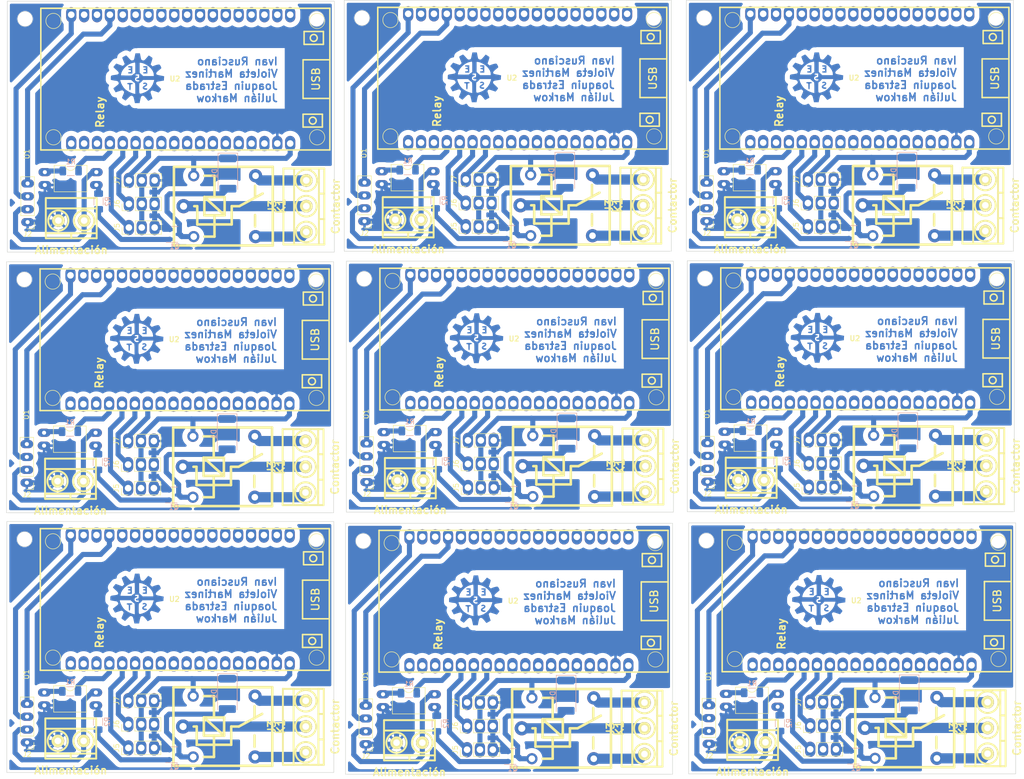
<source format=kicad_pcb>
(kicad_pcb (version 20221018) (generator pcbnew)
  (layers (0 "F.Cu" signal) (31 "B.Cu" signal) (34 "B.Paste" user) (35 "F.Paste" user) (36 "B.SilkS" user "B.Silkscreen") (37 "F.SilkS" user "F.Silkscreen") (38 "B.Mask" user) (39 "F.Mask" user) (44 "Edge.Cuts" user))
  (net 0 "")
  (net 1 "/+5V")
  (net 2 "Net-(D1-A2)")
  (net 3 "/CAP")
  (net 4 "Earth")
  (net 5 "/SCL")
  (net 6 "/SDA")
  (net 7 "/NC")
  (net 8 "/COM")
  (net 9 "Net-(Q1-B)")
  (net 10 "/NA")
  (net 11 "Net-(R1-Pad2)")
  (net 12 "Net-(R2-Pad2)")
  (net 18 "/AUX1")
  (net 33 "/AUX2")
  (net 35 "/AUX3")
  (net 38 "/RELAY")
  (footprint "Connector_PinHeader_2.54mm:PinHeader_1x03_P2.54mm_Vertical" (layer "F.Cu") (at 170.825 162.725 90)
    (fp_text reference "J5")
    (fp_text value "Auxiliar 1")
  )
  (footprint "EESTN5:Relay_C" (layer "F.Cu") (at 257.11 106.7375 90)
    (fp_text reference "K1")
    (fp_text value "Relay")
  )
  (footprint "Connector_PinHeader_2.54mm:PinHeader_1x04_P2.54mm_Vertical" (layer "F.Cu") (at 84 110.08 180)
    (fp_text reference "J2")
    (fp_text value "Pantalla Oled")
  )
  (footprint "EESTN5:BORNERA2_AZUL" (layer "F.Cu") (at 159.46 161.35)
    (fp_text reference "J4" hide)
    (fp_text value "Alimentación")
  )
  (footprint "Connector_PinHeader_2.54mm:PinHeader_1x03_P2.54mm_Vertical" (layer "F.Cu") (at 171 111.025 90)
    (fp_text reference "J5")
    (fp_text value "Auxiliar 1")
  )
  (footprint "EESTN5:Relay_C" (layer "F.Cu") (at 122.86 106.9375 90)
    (fp_text reference "K1")
    (fp_text value "Relay")
  )
  (footprint "Connector_PinHeader_2.54mm:PinHeader_1x03_P2.54mm_Vertical" (layer "F.Cu") (at 103.975 106.5 90)
    (fp_text reference "J6")
    (fp_text value "Auxiliar 2")
  )
  (footprint "Connector_PinHeader_2.54mm:PinHeader_1x04_P2.54mm_Vertical" (layer "F.Cu") (at 218.075 58.505 180)
    (fp_text reference "J2")
    (fp_text value "Pantalla Oled")
  )
  (footprint "EESTN5:BORNERA2_AZUL" (layer "F.Cu") (at 159.21 58.2)
    (fp_text reference "J4" hide)
    (fp_text value "Alimentación")
  )
  (footprint "EESTN5:ESP32_DEVKIT_V1_DOIT" (layer "F.Cu") (at 112.9299 81.8774)
    (fp_text reference "U2")
    (fp_text value "ESP32_DevKit_V1_DOIT" hide)
  )
  (footprint "EESTN5:ESP32_DEVKIT_V1_DOIT" (layer "F.Cu") (at 247.0049 30.3024)
    (fp_text reference "U2")
    (fp_text value "ESP32_DevKit_V1_DOIT" hide)
  )
  (footprint "Connector_PinHeader_2.54mm:PinHeader_1x04_P2.54mm_Vertical" (layer "F.Cu") (at 218.25 109.88 180)
    (fp_text reference "J2")
    (fp_text value "Pantalla Oled")
  )
  (footprint "Package_DIP:DIP-4_W10.16mm" (layer "F.Cu") (at 221.65 100.025)
    (fp_text reference "U1")
    (fp_text value "LTV-817M")
  )
  (footprint "Connector_PinHeader_2.54mm:PinHeader_1x03_P2.54mm_Vertical" (layer "F.Cu") (at 238.5 162.65 90)
    (fp_text reference "J5")
    (fp_text value "Auxiliar 1")
  )
  (footprint "Connector_PinHeader_2.54mm:PinHeader_1x03_P2.54mm_Vertical" (layer "F.Cu") (at 170.575 50.275 90)
    (fp_text reference "J7")
    (fp_text value "Auxiliar 3")
  )
  (footprint "EESTN5:Relay_C" (layer "F.Cu") (at 189.71 158.5125 90)
    (fp_text reference "K1")
    (fp_text value "Relay")
  )
  (footprint "EESTN5:BORNERA2_AZUL" (layer "F.Cu") (at 92.66 161)
    (fp_text reference "J4" hide)
    (fp_text value "Alimentación")
  )
  (footprint "Connector_PinHeader_2.54mm:PinHeader_1x04_P2.54mm_Vertical" (layer "F.Cu") (at 150.6 58.505 180)
    (fp_text reference "J2")
    (fp_text value "Pantalla Oled")
  )
  (footprint "EESTN5:ESP32_DEVKIT_V1_DOIT" (layer "F.Cu") (at 179.9549 81.7524)
    (fp_text reference "U2")
    (fp_text value "ESP32_DevKit_V1_DOIT" hide)
  )
  (footprint "EESTN5:BORNERA3_AZUL" (layer "F.Cu") (at 139.01 158.1625 90)
    (fp_text reference "J3")
    (fp_text value "Contactor")
  )
  (footprint "Package_DIP:DIP-4_W10.16mm" (layer "F.Cu") (at 87.45 151.45)
    (fp_text reference "U1")
    (fp_text value "LTV-817M")
  )
  (footprint "Connector_PinHeader_2.54mm:PinHeader_1x03_P2.54mm_Vertical" (layer "F.Cu") (at 104.125 55.1 90)
    (fp_text reference "J6")
    (fp_text value "Auxiliar 2")
  )
  (footprint "Connector_PinHeader_2.54mm:PinHeader_1x04_P2.54mm_Vertical" (layer "F.Cu") (at 84.15 58.68 180)
    (fp_text reference "J2")
    (fp_text value "Pantalla Oled")
  )
  (footprint "Connector_PinHeader_2.54mm:PinHeader_1x03_P2.54mm_Vertical" (layer "F.Cu") (at 104.025 153.075 90)
    (fp_text reference "J7")
    (fp_text value "Auxiliar 3")
  )
  (footprint "EESTN5:ESP32_DEVKIT_V1_DOIT" (layer "F.Cu") (at 247.1799 81.6774)
    (fp_text reference "U2")
    (fp_text value "ESP32_DevKit_V1_DOIT" hide)
  )
  (footprint "EESTN5:BORNERA2_AZUL" (layer "F.Cu") (at 92.61 109.775)
    (fp_text reference "J4" hide)
    (fp_text value "Alimentación")
  )
  (footprint "Connector_PinHeader_2.54mm:PinHeader_1x03_P2.54mm_Vertical" (layer "F.Cu") (at 103.975 101.85 90)
    (fp_text reference "J7")
    (fp_text value "Auxiliar 3")
  )
  (footprint "Package_DIP:DIP-4_W10.16mm" (layer "F.Cu") (at 221.475 48.65)
    (fp_text reference "U1")
    (fp_text value "LTV-817M")
  )
  (footprint "Connector_PinHeader_2.54mm:PinHeader_1x03_P2.54mm_Vertical" (layer "F.Cu") (at 104.025 157.725 90)
    (fp_text reference "J6")
    (fp_text value "Auxiliar 2")
  )
  (footprint "Connector_PinHeader_2.54mm:PinHeader_1x04_P2.54mm_Vertical" (layer "F.Cu") (at 218.525 161.58 180)
    (fp_text reference "J2")
    (fp_text value "Pantalla Oled")
  )
  (footprint "Package_DIP:DIP-4_W10.16mm" (layer "F.Cu") (at 154.425 100.1)
    (fp_text reference "U1")
    (fp_text value "LTV-817M")
  )
  (footprint "EESTN5:ESP32_DEVKIT_V1_DOIT" (layer "F.Cu") (at 247.4549 133.3774)
    (fp_text reference "U2")
    (fp_text value "ESP32_DevKit_V1_DOIT" hide)
  )
  (footprint "Package_DIP:DIP-4_W10.16mm" (layer "F.Cu") (at 221.925 151.725)
    (fp_text reference "U1")
    (fp_text value "LTV-817M")
  )
  (footprint "EESTN5:BORNERA2_AZUL" (layer "F.Cu") (at 92.76 58.375)
    (fp_text reference "J4" hide)
    (fp_text value "Alimentación")
  )
  (footprint "EESTN5:BORNERA2_AZUL" (layer "F.Cu") (at 159.635 109.65)
    (fp_text reference "J4" hide)
    (fp_text value "Alimentación")
  )
  (footprint "Connector_PinHeader_2.54mm:PinHeader_1x04_P2.54mm_Vertical" (layer "F.Cu") (at 151.025 109.955 180)
    (fp_text reference "J2")
    (fp_text value "Pantalla Oled")
  )
  (footprint "Connector_PinHeader_2.54mm:PinHeader_1x03_P2.54mm_Vertical" (layer "F.Cu") (at 238.5 158 90)
    (fp_text reference "J6")
    (fp_text value "Auxiliar 2")
  )
  (footprint "Connector_PinHeader_2.54mm:PinHeader_1x03_P2.54mm_Vertical" (layer "F.Cu") (at 238.5 153.35 90)
    (fp_text reference "J7")
    (fp_text value "Auxiliar 3")
  )
  (footprint "Connector_PinHeader_2.54mm:PinHeader_1x03_P2.54mm_Vertical" (layer "F.Cu") (at 104.125 50.45 90)
    (fp_text reference "J7")
    (fp_text value "Auxiliar 3")
  )
  (footprint "EESTN5:ESP32_DEVKIT_V1_DOIT" (layer "F.Cu") (at 179.5299 30.3024)
    (fp_text reference "U2")
    (fp_text value "ESP32_DevKit_V1_DOIT" hide)
  )
  (footprint "EESTN5:BORNERA3_AZUL" (layer "F.Cu") (at 205.985 106.8125 90)
    (fp_text reference "J3")
    (fp_text value "Contactor")
  )
  (footprint "Connector_PinHeader_2.54mm:PinHeader_1x03_P2.54mm_Vertical" (layer "F.Cu") (at 170.575 54.925 90)
    (fp_text reference "J6")
    (fp_text value "Auxiliar 2")
  )
  (footprint "EESTN5:BORNERA2_AZUL" (layer "F.Cu") (at 226.86 109.575)
    (fp_text reference "J4" hide)
    (fp_text value "Alimentación")
  )
  (footprint "Connector_PinHeader_2.54mm:PinHeader_1x03_P2.54mm_Vertical" (layer "F.Cu") (at 104.025 162.375 90)
    (fp_text reference "J5")
    (fp_text value "Auxiliar 1")
  )
  (footprint "Connector_PinHeader_2.54mm:PinHeader_1x03_P2.54mm_Vertical" (layer "F.Cu") (at 171 106.375 90)
    (fp_text reference "J6")
    (fp_text value "Auxiliar 2")
  )
  (footprint "Connector_PinHeader_2.54mm:PinHeader_1x04_P2.54mm_Vertical" (layer "F.Cu") (at 84.05 161.305 180)
    (fp_text reference "J2")
    (fp_text value "Pantalla Oled")
  )
  (footprint "EESTN5:Relay_C" (layer "F.Cu") (at 257.385 158.4375 90)
    (fp_text reference "K1")
    (fp_text value "Relay")
  )
  (footprint "Package_DIP:DIP-4_W10.16mm" (layer "F.Cu") (at 87.4 100.225)
    (fp_text reference "U1")
    (fp_text value "LTV-817M")
  )
  (footprint "EESTN5:Relay_C" (layer "F.Cu") (at 122.91 158.1625 90)
    (fp_text reference "K1")
    (fp_text value "Relay")
  )
  (footprint "EESTN5:Relay_C" (layer "F.Cu") (at 189.885 106.8125 90)
    (fp_text reference "K1")
    (fp_text value "Relay")
  )
  (footprint "Connector_PinHeader_2.54mm:PinHeader_1x03_P2.54mm_Vertical" (layer "F.Cu") (at 238.225 106.3 90)
    (fp_text reference "J6")
    (fp_text value "Auxiliar 2")
  )
  (footprint "Connector_PinHeader_2.54mm:PinHeader_1x03_P2.54mm_Vertical" (layer "F.Cu") (at 238.225 110.95 90)
    (fp_text reference "J5")
    (fp_text value "Auxiliar 1")
  )
  (footprint "EESTN5:BORNERA3_AZUL" (layer "F.Cu") (at 273.485 158.4375 90)
    (fp_text reference "J3")
    (fp_text value "Contactor")
  )
  (footprint "EESTN5:Relay_C" (layer "F.Cu") (at 189.46 55.3625 90)
    (fp_text reference "K1")
    (fp_text value "Relay")
  )
  (footprint "Connector_PinHeader_2.54mm:PinHeader_1x03_P2.54mm_Vertical" (layer "F.Cu") (at 238.05 54.925 90)
    (fp_text reference "J6")
    (fp_text value "Auxiliar 2")
  )
  (footprint "Connector_PinHeader_2.54mm:PinHeader_1x03_P2.54mm_Vertical" (layer "F.Cu") (at 171 101.725 90)
    (fp_text reference "J7")
    (fp_text value "Auxiliar 3")
  )
  (footprint "EESTN5:Relay_C" (layer "F.Cu") (at 256.935 55.3625 90)
    (fp_text reference "K1")
    (fp_text value "Relay")
  )
  (footprint "EESTN5:ESP32_DEVKIT_V1_DOIT" (layer "F.Cu") (at 112.9799 133.1024)
    (fp_text reference "U2")
    (fp_text value "ESP32_DevKit_V1_DOIT" hide)
  )
  (footprint "Package_DIP:DIP-4_W10.16mm" (layer "F.Cu") (at 154 48.65)
    (fp_text reference "U1")
    (fp_text value "LTV-817M")
  )
  (footprint "Connector_PinHeader_2.54mm:PinHeader_1x03_P2.54mm_Vertical" (layer "F.Cu") (at 170.575 59.575 90)
    (fp_text reference "J5")
    (fp_text value "Auxiliar 1")
  )
  (footprint "Package_DIP:DIP-4_W10.16mm" (layer "F.Cu") (at 87.55 48.825)
    (fp_text reference "U1")
    (fp_text value "LTV-817M")
  )
  (footprint "EESTN5:ESP32_DEVKIT_V1_DOIT" (layer "F.Cu") (at 179.7799 133.4524)
    (fp_text reference "U2")
    (fp_text value "ESP32_DevKit_V1_DOIT" hide)
  )
  (footprint "Connector_PinHeader_2.54mm:PinHeader_1x03_P2.54mm_Vertical" (layer "F.Cu") (at 238.05 50.275 90)
    (fp_text reference "J7")
    (fp_text value "Auxiliar 3")
  )
  (footprint "EESTN5:BORNERA3_AZUL" (layer "F.Cu") (at 273.035 55.3625 90)
    (fp_text reference "J3")
    (fp_text value "Contactor")
  )
  (footprint "Connector_PinHeader_2.54mm:PinHeader_1x03_P2.54mm_Vertical" (layer "F.Cu") (at 104.125 59.75 90)
    (fp_text reference "J5")
    (fp_text value "Auxiliar 1")
  )
  (footprint "Connector_PinHeader_2.54mm:PinHeader_1x03_P2.54mm_Vertical" (layer "F.Cu") (at 238.05 59.575 90)
    (fp_text reference "J5")
    (fp_text value "Auxiliar 1")
  )
  (footprint "EESTN5:BORNERA3_AZUL" (layer "F.Cu") (at 138.96 106.9375 90)
    (fp_text reference "J3")
    (fp_text value "Contactor")
  )
  (footprint "EESTN5:BORNERA3_AZUL" (layer "F.Cu") (at 205.56 55.3625 90)
    (fp_text reference "J3")
    (fp_text value "Contactor")
  )
  (footprint "Connector_PinHeader_2.54mm:PinHeader_1x04_P2.54mm_Vertical" (layer "F.Cu") (at 150.85 161.655 180)
    (fp_text reference "J2")
    (fp_text value "Pantalla Oled")
  )
  (footprint "EESTN5:BORNERA3_AZUL" (layer "F.Cu") (at 139.11 55.5375 90)
    (fp_text reference "J3")
    (fp_text value "Contactor")
  )
  (footprint "EESTN5:BORNERA2_AZUL" (layer "F.Cu") (at 226.685 58.2)
    (fp_text reference "J4" hide)
    (fp_text value "Alimentación")
  )
  (footprint "EESTN5:BORNERA3_AZUL" (layer "F.Cu") (at 205.81 158.5125 90)
    (fp_text reference "J3")
    (fp_text value "Contactor")
  )
  (footprint "EESTN5:ESP32_DEVKIT_V1_DOIT" (layer "F.Cu") (at 113.0799 30.4774)
    (fp_text reference "U2")
    (fp_text value "ESP32_DevKit_V1_DOIT" hide)
  )
  (footprint "Connector_PinHeader_2.54mm:PinHeader_1x03_P2.54mm_Vertical" (layer "F.Cu") (at 170.825 153.425 90)
    (fp_text reference "J7")
    (fp_text value "Auxiliar 3")
  )
  (footprint "EESTN5:BORNERA2_AZUL" (layer "F.Cu") (at 227.135 161.275)
    (fp_text reference "J4" hide)
    (fp_text value "Alimentación")
  )
  (footprint "Connector_PinHeader_2.54mm:PinHeader_1x03_P2.54mm_Vertical" (layer "F.Cu") (at 238.225 101.65 90)
    (fp_text reference "J7")
    (fp_text value "Auxiliar 3")
  )
  (footprint "EESTN5:BORNERA3_AZUL" (layer "F.Cu") (at 273.21 106.7375 90)
    (fp_text reference "J3")
    (fp_text value "Contactor")
  )
  (footprint "EESTN5:Relay_C" (layer "F.Cu") (at 123.01 55.5375 90)
    (fp_text reference "K1")
    (fp_text value "Relay")
  )
  (footprint "Connector_PinHeader_2.54mm:PinHeader_1x03_P2.54mm_Vertical" (layer "F.Cu") (at 170.825 158.075 90)
    (fp_text reference "J6")
    (fp_text value "Auxiliar 2")
  )
  (footprint "Package_DIP:DIP-4_W10.16mm" (layer "F.Cu") (at 154.25 151.8)
    (fp_text reference "U1")
    (fp_text value "LTV-817M")
  )
  (footprint "Connector_PinHeader_2.54mm:PinHeader_1x03_P2.54mm_Vertical" (layer "F.Cu") (at 103.975 111.15 90)
    (fp_text reference "J5")
    (fp_text value "Auxiliar 1")
  )
  (footprint "Package_TO_SOT_SMD:SOT-23" (layer "B.Cu") (at 180.025 112.375)
    (fp_text reference "Q1")
    (fp_text value "MMBT5550L")
  )
  (footprint "Resistor_SMD:R_1206_3216Metric_Pad1.30x1.75mm_HandSolder" (layer "B.Cu") (at 164.85 157.575 90)
    (fp_text reference "R2")
    (fp_text value "R")
  )
  (footprint "Package_TO_SOT_SMD:SOT-23" (layer "B.Cu") (at 247.25 112.3)
    (fp_text reference "Q1")
    (fp_text value "MMBT5550L")
  )
  (footprint "Resistor_SMD:R_1206_3216Metric_Pad1.30x1.75mm_HandSolder" (layer "B.Cu") (at 164.6 54.425 90)
    (fp_text reference "R2")
    (fp_text value "R")
  )
  (footprint "Package_TO_SOT_SMD:SOT-23" (layer "B.Cu") (at 113.15 61.1)
    (fp_text reference "Q1")
    (fp_text value "MMBT5550L")
  )
  (footprint "EESTN5:LOGO_EESTN5_F.Cu" (layer "B.Cu") (at 239.74614 30.040334 180)
    (fp_text reference "G***" hide)
    (fp_text value "LOGO" hide)
  )
  (footprint "Diode_SMD:D_2512_6332Metric_Pad1.52x3.35mm_HandSolder" (layer "B.Cu") (at 123.5 100.5 -90)
    (fp_text reference "D1")
    (fp_text value "1.5KExxA")
  )
  (footprint "EESTN5:LOGO_EESTN5_F.Cu" (layer "B.Cu") (at 172.52114 133.190334 180)
    (fp_text reference "G***" hide)
    (fp_text value "LOGO" hide)
  )
  (footprint "Package_TO_SOT_SMD:SOT-23" (layer "B.Cu") (at 247.525 164)
    (fp_text reference "Q1")
    (fp_text value "MMBT5550L")
  )
  (footprint "Resistor_SMD:R_1206_3216Metric_Pad1.30x1.75mm_HandSolder" (layer "B.Cu") (at 98 106 90)
    (fp_text reference "R2")
    (fp_text value "R")
  )
  (footprint "Resistor_SMD:R_1206_3216Metric_Pad1.30x1.75mm_HandSolder" (layer "B.Cu") (at 92.55 151.225 180)
    (fp_text reference "R1")
    (fp_text value "R")
  )
  (footprint "Diode_SMD:D_2512_6332Metric_Pad1.52x3.35mm_HandSolder" (layer "B.Cu") (at 257.575 48.925 -90)
    (fp_text reference "D1")
    (fp_text value "1.5KExxA")
  )
  (footprint "Resistor_SMD:R_1206_3216Metric_Pad1.30x1.75mm_HandSolder" (layer "B.Cu") (at 227.025 151.5 180)
    (fp_text reference "R1")
    (fp_text value "R")
  )
  (footprint "Diode_SMD:D_2512_6332Metric_Pad1.52x3.35mm_HandSolder" (layer "B.Cu") (at 257.75 100.3 -90)
    (fp_text reference "D1")
    (fp_text value "1.5KExxA")
  )
  (footprint "EESTN5:LOGO_EESTN5_F.Cu" (layer "B.Cu") (at 105.82114 30.215334 180)
    (fp_text reference "G***" hide)
    (fp_text value "LOGO" hide)
  )
  (footprint "EESTN5:LOGO_EESTN5_F.Cu" (layer "B.Cu") (at 172.27114 30.040334 180)
    (fp_text reference "G***" hide)
    (fp_text value "LOGO" hide)
  )
  (footprint "Resistor_SMD:R_1206_3216Metric_Pad1.30x1.75mm_HandSolder" (layer "B.Cu") (at 232.525 157.5 90)
    (fp_text reference "R2")
    (fp_text value "R")
  )
  (footprint "Resistor_SMD:R_1206_3216Metric_Pad1.30x1.75mm_HandSolder" (layer "B.Cu") (at 165.025 105.875 90)
    (fp_text reference "R2")
    (fp_text value "R")
  )
  (footprint "Package_TO_SOT_SMD:SOT-23" (layer "B.Cu") (at 179.6 60.925)
    (fp_text reference "Q1")
    (fp_text value "MMBT5550L")
  )
  (footprint "Package_TO_SOT_SMD:SOT-23" (layer "B.Cu") (at 179.85 164.075)
    (fp_text reference "Q1")
    (fp_text value "MMBT5550L")
  )
  (footprint "Package_TO_SOT_SMD:SOT-23" (layer "B.Cu") (at 113 112.5)
    (fp_text reference "Q1")
    (fp_text value "MMBT5550L")
  )
  (footprint "EESTN5:LOGO_EESTN5_F.Cu" (layer "B.Cu") (at 105.72114 132.840334 180)
    (fp_text reference "G***" hide)
    (fp_text value "LOGO" hide)
  )
  (footprint "Resistor_SMD:R_1206_3216Metric_Pad1.30x1.75mm_HandSolder" (layer "B.Cu") (at 232.075 54.425 90)
    (fp_text reference "R2")
    (fp_text value "R")
  )
  (footprint "Resistor_SMD:R_1206_3216Metric_Pad1.30x1.75mm_HandSolder" (layer "B.Cu") (at 98.05 157.225 90)
    (fp_text reference "R2")
    (fp_text value "R")
  )
  (footprint "Resistor_SMD:R_1206_3216Metric_Pad1.30x1.75mm_HandSolder" (layer "B.Cu") (at 159.35 151.575 180)
    (fp_text reference "R1")
    (fp_text value "R")
  )
  (footprint "Resistor_SMD:R_1206_3216Metric_Pad1.30x1.75mm_HandSolder" (layer "B.Cu") (at 226.75 99.8 180)
    (fp_text reference "R1")
    (fp_text value "R")
  )
  (footprint "Diode_SMD:D_2512_6332Metric_Pad1.52x3.35mm_HandSolder" (layer "B.Cu") (at 190.1 48.925 -90)
    (fp_text reference "D1")
    (fp_text value "1.5KExxA")
  )
  (footprint "Diode_SMD:D_2512_6332Metric_Pad1.52x3.35mm_HandSolder" (layer "B.Cu") (at 123.55 151.725 -90)
    (fp_text reference "D1")
    (fp_text value "1.5KExxA")
  )
  (footprint "EESTN5:LOGO_EESTN5_F.Cu" (layer "B.Cu") (at 239.92114 81.415334 180)
    (fp_text reference "G***" hide)
    (fp_text value "LOGO" hide)
  )
  (footprint "EESTN5:LOGO_EESTN5_F.Cu" (layer "B.Cu") (at 240.19614 133.115334 180)
    (fp_text reference "G***" hide)
    (fp_text value "LOGO" hide)
  )
  (footprint "Resistor_SMD:R_1206_3216Metric_Pad1.30x1.75mm_HandSolder" (layer "B.Cu") (at 159.1 48.425 180)
    (fp_text reference "R1")
    (fp_text value "R")
  )
  (footprint "EESTN5:LOGO_EESTN5_F.Cu" (layer "B.Cu") (at 105.67114 81.615334 180)
    (fp_text reference "G***" hide)
    (fp_text value "LOGO" hide)
  )
  (footprint "Package_TO_SOT_SMD:SOT-23" (layer "B.Cu") (at 113.05 163.725)
    (fp_text reference "Q1")
    (fp_text value "MMBT5550L")
  )
  (footprint "Diode_SMD:D_2512_6332Metric_Pad1.52x3.35mm_HandSolder" (layer "B.Cu") (at 258.025 152 -90)
    (fp_text reference "D1")
    (fp_text value "1.5KExxA")
  )
  (footprint "Package_TO_SOT_SMD:SOT-23" (layer "B.Cu") (at 247.075 60.925)
    (fp_text reference "Q1")
    (fp_text value "MMBT5550L")
  )
  (footprint "Resistor_SMD:R_1206_3216Metric_Pad1.30x1.75mm_HandSolder" (layer "B.Cu") (at 92.5 100 180)
    (fp_text reference "R1")
    (fp_text value "R")
  )
  (footprint "EESTN5:LOGO_EESTN5_F.Cu" (layer "B.Cu") (at 172.69614 81.490334 180)
    (fp_text reference "G***" hide)
    (fp_text value "LOGO" hide)
  )
  (footprint "Diode_SMD:D_2512_6332Metric_Pad1.52x3.35mm_HandSolder" (layer "B.Cu") (at 190.525 100.375 -90)
    (fp_text reference "D1")
    (fp_text value "1.5KExxA")
  )
  (footprint "Resistor_SMD:R_1206_3216Metric_Pad1.30x1.75mm_HandSolder" (layer "B.Cu") (at 98.15 54.6 90)
    (fp_text reference "R2")
    (fp_text value "R")
  )
  (footprint "Resistor_SMD:R_1206_3216Metric_Pad1.30x1.75mm_HandSolder" (layer "B.Cu") (at 159.525 99.875 180)
    (fp_text reference "R1")
    (fp_text value "R")
  )
  (footprint "Resistor_SMD:R_1206_3216Metric_Pad1.30x1.75mm_HandSolder" (layer "B.Cu") (at 92.65 48.6 180)
    (fp_text reference "R1")
    (fp_text value "R")
  )
  (footprint "Diode_SMD:D_2512_6332Metric_Pad1.52x3.35mm_HandSolder" (layer "B.Cu") (at 123.65 49.1 -90)
    (fp_text reference "D1")
    (fp_text value "1.5KExxA")
  )
  (footprint "Resistor_SMD:R_1206_3216Metric_Pad1.30x1.75mm_HandSolder" (layer "B.Cu") (at 226.575 48.425 180)
    (fp_text reference "R1")
    (fp_text value "R")
  )
  (footprint "Diode_SMD:D_2512_6332Metric_Pad1.52x3.35mm_HandSolder" (layer "B.Cu") (at 190.35 152.075 -90)
    (fp_text reference "D1")
    (fp_text value "1.5KExxA")
  )
  (footprint "Resistor_SMD:R_1206_3216Metric_Pad1.30x1.75mm_HandSolder" (layer "B.Cu") (at 232.25 105.8 90)
    (fp_text reference "R2")
    (fp_text value "R")
  )
  (gr_circle (center 208.025 69.875) (end 209.525 69.875) (stroke (width 0.1)) (fill none) (layer "Edge.Cuts"))
  (gr_circle (center 83.5 70) (end 85 70) (stroke (width 0.1)) (fill none) (layer "Edge.Cuts"))
  (gr_poly (pts (xy 279.025 167.5) (xy 279.025 118) (xy 214.525 118) (xy 214.525 167.5)) (stroke (width 0.1)) (fill none) (layer "Edge.Cuts"))
  (gr_circle (center 150.1 18.425) (end 151.6 18.425) (stroke (width 0.1)) (fill none) (layer "Edge.Cuts"))
  (gr_circle (center 150.35 121.575) (end 151.85 121.575) (stroke (width 0.1)) (fill none) (layer "Edge.Cuts"))
  (gr_poly (pts (xy 144.65 64.6) (xy 144.65 15.1) (xy 80.15 15.1) (xy 80.15 64.6)) (stroke (width 0.1)) (fill none) (layer "Edge.Cuts"))
  (gr_poly (pts (xy 211.35 167.575) (xy 211.35 118.075) (xy 146.85 118.075) (xy 146.85 167.575)) (stroke (width 0.1)) (fill none) (layer "Edge.Cuts"))
  (gr_circle (center 141.05 121.225) (end 142.55 121.225) (stroke (width 0.1)) (fill none) (layer "Edge.Cuts"))
  (gr_poly (pts (xy 278.575 64.425) (xy 278.575 14.925) (xy 214.075 14.925) (xy 214.075 64.425)) (stroke (width 0.1)) (fill none) (layer "Edge.Cuts"))
  (gr_circle (center 275.25 69.8) (end 276.75 69.8) (stroke (width 0.1)) (fill none) (layer "Edge.Cuts"))
  (gr_poly (pts (xy 278.75 115.8) (xy 278.75 66.3) (xy 214.25 66.3) (xy 214.25 115.8)) (stroke (width 0.1)) (fill none) (layer "Edge.Cuts"))
  (gr_circle (center 275.075 18.425) (end 276.575 18.425) (stroke (width 0.1)) (fill none) (layer "Edge.Cuts"))
  (gr_circle (center 83.65 18.6) (end 85.15 18.6) (stroke (width 0.1)) (fill none) (layer "Edge.Cuts"))
  (gr_circle (center 217.75 69.8) (end 219.25 69.8) (stroke (width 0.1)) (fill none) (layer "Edge.Cuts"))
  (gr_circle (center 207.85 121.575) (end 209.35 121.575) (stroke (width 0.1)) (fill none) (layer "Edge.Cuts"))
  (gr_circle (center 141 70) (end 142.5 70) (stroke (width 0.1)) (fill none) (layer "Edge.Cuts"))
  (gr_circle (center 141.15 18.6) (end 142.65 18.6) (stroke (width 0.1)) (fill none) (layer "Edge.Cuts"))
  (gr_circle (center 83.55 121.225) (end 85.05 121.225) (stroke (width 0.1)) (fill none) (layer "Edge.Cuts"))
  (gr_poly (pts (xy 144.55 167.225) (xy 144.55 117.725) (xy 80.05 117.725) (xy 80.05 167.225)) (stroke (width 0.1)) (fill none) (layer "Edge.Cuts"))
  (gr_circle (center 218.025 121.5) (end 219.525 121.5) (stroke (width 0.1)) (fill none) (layer "Edge.Cuts"))
  (gr_poly (pts (xy 211.525 115.875) (xy 211.525 66.375) (xy 147.025 66.375) (xy 147.025 115.875)) (stroke (width 0.1)) (fill none) (layer "Edge.Cuts"))
  (gr_circle (center 207.6 18.425) (end 209.1 18.425) (stroke (width 0.1)) (fill none) (layer "Edge.Cuts"))
  (gr_circle (center 275.525 121.5) (end 277.025 121.5) (stroke (width 0.1)) (fill none) (layer "Edge.Cuts"))
  (gr_poly (pts (xy 211.1 64.425) (xy 211.1 14.925) (xy 146.6 14.925) (xy 146.6 64.425)) (stroke (width 0.1)) (fill none) (layer "Edge.Cuts"))
  (gr_circle (center 150.525 69.875) (end 152.025 69.875) (stroke (width 0.1)) (fill none) (layer "Edge.Cuts"))
  (gr_circle (center 217.575 18.425) (end 219.075 18.425) (stroke (width 0.1)) (fill none) (layer "Edge.Cuts"))
  (gr_poly (pts (xy 144.5 116) (xy 144.5 66.5) (xy 80 66.5) (xy 80 66.5) (xy 80 116)) (stroke (width 0.1)) (fill none) (layer "Edge.Cuts"))
  (gr_text "Ivan Rusciano         \nVioleta Martinez\nJoaquin Estrada\nJulián Markow" (at 200.1 34.925) (layer "B.Cu") (effects (font (size 1.5 1.5) (thickness 0.3) bold) (justify left bottom mirror)))
  (gr_text "Ivan Rusciano         \nVioleta Martinez\nJoaquin Estrada\nJulián Markow" (at 268.025 138) (layer "B.Cu") (effects (font (size 1.5 1.5) (thickness 0.3) bold) (justify left bottom mirror)))
  (gr_text "Ivan Rusciano         \nVioleta Martinez\nJoaquin Estrada\nJulián Markow" (at 267.575 34.925) (layer "B.Cu") (effects (font (size 1.5 1.5) (thickness 0.3) bold) (justify left bottom mirror)))
  (gr_text "Ivan Rusciano         \nVioleta Martinez\nJoaquin Estrada\nJulián Markow" (at 200.35 138.075) (layer "B.Cu") (effects (font (size 1.5 1.5) (thickness 0.3) bold) (justify left bottom mirror)))
  (gr_text "Ivan Rusciano         \nVioleta Martinez\nJoaquin Estrada\nJulián Markow" (at 133.5 86.5) (layer "B.Cu") (effects (font (size 1.5 1.5) (thickness 0.3) bold) (justify left bottom mirror)))
  (gr_text "Ivan Rusciano         \nVioleta Martinez\nJoaquin Estrada\nJulián Markow" (at 133.55 137.725) (layer "B.Cu") (effects (font (size 1.5 1.5) (thickness 0.3) bold) (justify left bottom mirror)))
  (gr_text "Ivan Rusciano         \nVioleta Martinez\nJoaquin Estrada\nJulián Markow" (at 267.75 86.3) (layer "B.Cu") (effects (font (size 1.5 1.5) (thickness 0.3) bold) (justify left bottom mirror)))
  (gr_text "Ivan Rusciano         \nVioleta Martinez\nJoaquin Estrada\nJulián Markow" (at 200.525 86.375) (layer "B.Cu") (effects (font (size 1.5 1.5) (thickness 0.3) bold) (justify left bottom mirror)))
  (gr_text "Ivan Rusciano         \nVioleta Martinez\nJoaquin Estrada\nJulián Markow" (at 133.65 35.1) (layer "B.Cu") (effects (font (size 1.5 1.5) (thickness 0.3) bold) (justify left bottom mirror)))
  (segment (start 151.025 107.415) (end 149.485 107.415) (width 1) (layer "B.Cu") (net 1))
  (segment (start 218.25 107.34) (end 216.71 107.34) (width 1) (layer "B.Cu") (net 1))
  (segment (start 173.115 59.575) (end 173.115 54.925) (width 1) (layer "B.Cu") (net 1))
  (segment (start 125.5375 148.7375) (end 125.55 148.725) (width 1) (layer "B.Cu") (net 1))
  (segment (start 202.3899 45.1351) (end 201.6 45.925) (width 1) (layer "B.Cu") (net 1))
  (segment (start 148.475 163.7) (end 149.85 165.075) (width 1) (layer "B.Cu") (net 1))
  (segment (start 106.665 59.75) (end 106.665 55.1) (width 1) (layer "B.Cu") (net 1))
  (segment (start 251.01 100.7375) (end 251.01 97.56) (width 1) (layer "B.Cu") (net 1))
  (segment (start 192.5125 97.3875) (end 192.525 97.375) (width 1) (layer "B.Cu") (net 1))
  (segment (start 106.665 50.45) (end 106.665 55.1) (width 1) (layer "B.Cu") (net 1))
  (segment (start 202.8149 96.5851) (end 202.025 97.375) (width 1) (layer "B.Cu") (net 1))
  (segment (start 229.225 60.775) (end 229.225 58.2) (width 1) (layer "B.Cu") (net 1))
  (segment (start 162 163.925) (end 162 161.35) (width 1) (layer "B.Cu") (net 1))
  (segment (start 228.075 61.925) (end 229.225 60.775) (width 1) (layer "B.Cu") (net 1))
  (segment (start 81.775 56.975) (end 81.775 60.725) (width 1) (layer "B.Cu") (net 1))
  (segment (start 95.15 109.775) (end 95.15 101.85) (width 1) (layer "B.Cu") (net 1))
  (segment (start 162 161.35) (end 162 153.425) (width 1) (layer "B.Cu") (net 1))
  (segment (start 116.91 49.5375) (end 116.91 46.36) (width 1) (layer "B.Cu") (net 1))
  (segment (start 228.25 113.3) (end 229.4 112.15) (width 1) (layer "B.Cu") (net 1))
  (segment (start 259.575 45.925) (end 250.575 45.925) (width 1) (layer "B.Cu") (net 1))
  (segment (start 95.15 101.85) (end 96.775 100.225) (width 1) (layer "B.Cu") (net 1))
  (segment (start 229.225 50.275) (end 230.85 48.65) (width 1) (layer "B.Cu") (net 1))
  (segment (start 135.05 148.725) (end 125.55 148.725) (width 1) (layer "B.Cu") (net 1))
  (segment (start 241.04 153.35) (end 241.04 158) (width 1) (layer "B.Cu") (net 1))
  (segment (start 116.65 46.1) (end 110.05 46.1) (width 1) (layer "B.Cu") (net 1))
  (segment (start 251.01 97.56) (end 250.75 97.3) (width 1) (layer "B.Cu") (net 1))
  (segment (start 150.6 55.965) (end 149.06 55.965) (width 1) (layer "B.Cu") (net 1))
  (segment (start 231.635 48.65) (end 230.85 48.65) (width 1) (layer "B.Cu") (net 1))
  (segment (start 125.6375 46.1125) (end 125.65 46.1) (width 1) (layer "B.Cu") (net 1))
  (segment (start 82.46 107.54) (end 81.625 108.375) (width 1) (layer "B.Cu") (net 1))
  (segment (start 232.085 151.725) (end 231.3 151.725) (width 1) (layer "B.Cu") (net 1))
  (segment (start 97.56 100.225) (end 96.775 100.225) (width 1) (layer "B.Cu") (net 1))
  (segment (start 183.785 100.8125) (end 183.785 97.635) (width 1) (layer "B.Cu") (net 1))
  (segment (start 81.625 112.125) (end 83 113.5) (width 1) (layer "B.Cu") (net 1))
  (segment (start 81.775 60.725) (end 83.15 62.1) (width 1) (layer "B.Cu") (net 1))
  (segment (start 106.565 162.375) (end 106.565 157.725) (width 1) (layer "B.Cu") (net 1))
  (segment (start 229.4 112.15) (end 229.4 109.575) (width 1) (layer "B.Cu") (net 1))
  (segment (start 183.61 149.335) (end 183.35 149.075) (width 1) (layer "B.Cu") (net 1))
  (segment (start 173.365 152.46) (end 173.365 153.425) (width 1) (layer "B.Cu") (net 1))
  (segment (start 116.81 152.1625) (end 116.81 148.985) (width 1) (layer "B.Cu") (net 1))
  (segment (start 270.0399 96.5101) (end 269.25 97.3) (width 1) (layer "B.Cu") (net 1))
  (segment (start 83.05 164.725) (end 94.05 164.725) (width 1) (layer "B.Cu") (net 1))
  (segment (start 270.3149 146.0774) (end 270.3149 148.2101) (width 1) (layer "B.Cu") (net 1))
  (segment (start 173.365 153.425) (end 173.365 158.075) (width 1) (layer "B.Cu") (net 1))
  (segment (start 269.8649 43.0024) (end 269.8649 45.1351) (width 1) (layer "B.Cu") (net 1))
  (segment (start 183.525 97.375) (end 176.925 97.375) (width 1) (layer "B.Cu") (net 1))
  (segment (start 202.025 97.375) (end 192.525 97.375) (width 1) (layer "B.Cu") (net 1))
  (segment (start 116.91 46.36) (end 116.65 46.1) (width 1) (layer "B.Cu") (net 1))
  (segment (start 192.525 97.375) (end 183.525 97.375) (width 1) (layer "B.Cu") (net 1))
  (segment (start 176.925 97.375) (end 173.54 100.76) (width 1) (layer "B.Cu") (net 1))
  (segment (start 269.525 149) (end 260.025 149) (width 1) (layer "B.Cu") (net 1))
  (segment (start 164.16 48.65) (end 163.375 48.65) (width 1) (layer "B.Cu") (net 1))
  (segment (start 216.15 159.875) (end 216.15 163.625) (width 1) (layer "B.Cu") (net 1))
  (segment (start 218.525 159.04) (end 216.985 159.04) (width 1) (layer "B.Cu") (net 1))
  (segment (start 202.3899 43.0024) (end 202.3899 45.1351) (width 1) (layer "B.Cu") (net 1))
  (segment (start 250.835 49.3625) (end 250.835 46.185) (width 1) (layer "B.Cu") (net 1))
  (segment (start 135.9399 45.3101) (end 135.15 46.1) (width 1) (layer "B.Cu") (net 1))
  (segment (start 160.6 61.925) (end 161.75 60.775) (width 1) (layer "B.Cu") (net 1))
  (segment (start 149.485 107.415) (end 148.65 108.25) (width 1) (layer "B.Cu") (net 1))
  (segment (start 241.04 152.385) (end 241.04 153.35) (width 1) (layer "B.Cu") (net 1))
  (segment (start 161.025 113.375) (end 162.175 112.225) (width 1) (layer "B.Cu") (net 1))
  (segment (start 251.025 149) (end 244.425 149) (width 1) (layer "B.Cu") (net 1))
  (segment (start 244.425 149) (end 241.04 152.385) (width 1) (layer "B.Cu") (net 1))
  (segment (start 229.675 161.275) (end 229.675 153.35) (width 1) (layer "B.Cu") (net 1))
  (segment (start 269.8649 45.1351) (end 269.075 45.925) (width 1) (layer "B.Cu") (net 1))
  (segment (start 161.75 60.775) (end 161.75 58.2) (width 1) (layer "B.Cu") (net 1))
  (segment (start 240.765 101.65) (end 240.765 106.3) (width 1) (layer "B.Cu") (net 1))
  (segment (start 201.85 149.075) (end 192.35 149.075) (width 1) (layer "B.Cu") (net 1))
  (segment (start 259.5625 45.9375) (end 259.575 45.925) (width 1) (layer "B.Cu") (net 1))
  (segment (start 192.0875 45.9375) (end 192.1 45.925) (width 1) (layer "B.Cu") (net 1))
  (segment (start 217.25 113.3) (end 228.25 113.3) (width 1) (layer "B.Cu") (net 1))
  (segment (start 106.565 152.11) (end 106.565 153.075) (width 1) (layer "B.Cu") (net 1))
  (segment (start 216.15 163.625) (end 217.525 165) (width 1) (layer "B.Cu") (net 1))
  (segment (start 116.5 97.5) (end 109.9 97.5) (width 1) (layer "B.Cu") (net 1))
  (segment (start 192.3375 149.0875) (end 192.35 149.075) (width 1) (layer "B.Cu") (net 1))
  (segment (start 97.61 151.45) (end 96.825 151.45) (width 1) (layer "B.Cu") (net 1))
  (segment (start 149.31 159.115) (end 148.475 159.95) (width 1) (layer "B.Cu") (net 1))
  (segment (start 229.225 58.2) (end 229.225 50.275) (width 1) (layer "B.Cu") (net 1))
  (segment (start 150.85 159.115) (end 149.31 159.115) (width 1) (layer "B.Cu") (net 1))
  (segment (start 116.81 148.985) (end 116.55 148.725) (width 1) (layer "B.Cu") (net 1))
  (segment (start 229.675 153.35) (end 231.3 151.725) (width 1) (layer "B.Cu") (net 1))
  (segment (start 109.95 148.725) (end 106.565 152.11) (width 1) (layer "B.Cu") (net 1))
  (segment (start 243.975 45.925) (end 240.59 49.31) (width 1) (layer "B.Cu") (net 1))
  (segment (start 259.7375 97.3125) (end 259.75 97.3) (width 1) (layer "B.Cu") (net 1))
  (segment (start 270.3149 148.2101) (end 269.525 149) (width 1) (layer "B.Cu") (net 1))
  (segment (start 110.05 46.1) (end 106.665 49.485) (width 1) (layer "B.Cu") (net 1))
  (segment (start 81.675 163.35) (end 83.05 164.725) (width 1) (layer "B.Cu") (net 1))
  (segment (start 106.515 101.85) (end 106.515 106.5) (width 1) (layer "B.Cu") (net 1))
  (segment (start 244.15 97.3) (end 240.765 100.685) (width 1) (layer "B.Cu") (net 1))
  (segment (start 183.36 49.3625) (end 183.36 46.185) (width 1) (layer "B.Cu") (net 1))
  (segment (start 240.59 59.575) (end 240.59 54.925) (width 1) (layer "B.Cu") (net 1))
  (segment (start 149.6 61.925) (end 160.6 61.925) (width 1) (layer "B.Cu") (net 1))
  (segment (start 135.7899 96.7101) (end 135 97.5) (width 1) (layer "B.Cu") (net 1))
  (segment (start 240.59 49.31) (end 240.59 50.275) (width 1) (layer "B.Cu") (net 1))
  (segment (start 135 97.5) (end 125.5 97.5) (width 1) (layer "B.Cu") (net 1))
  (segment (start 135.9399 43.1774) (end 135.9399 45.3101) (width 1) (layer "B.Cu") (net 1))
  (segment (start 94 113.5) (end 95.15 112.35) (width 1) (layer "B.Cu") (net 1))
  (segment (start 94.05 164.725) (end 95.2 163.575) (width 1) (layer "B.Cu") (net 1))
  (segment (start 95.2 163.575) (end 95.2 161) (width 1) (layer "B.Cu") (net 1))
  (segment (start 125.65 46.1) (end 116.65 46.1) (width 1) (layer "B.Cu") (net 1))
  (segment (start 135.8399 147.9351) (end 135.05 148.725) (width 1) (layer "B.Cu") (net 1))
  (segment (start 149.06 55.965) (end 148.225 56.8) (width 1) (layer "B.Cu") (net 1))
  (segment (start 183.35 149.075) (end 176.75 149.075) (width 1) (layer "B.Cu") (net 1))
  (segment (start 260.0125 149.0125) (end 260.025 149) (width 1) (layer "B.Cu") (net 1))
  (segment (start 192.1 45.925) (end 183.1 45.925) (width 1) (layer "B.Cu") (net 1))
  (segment (start 84.05 158.765) (end 82.51 158.765) (width 1) (layer "B.Cu") (net 1))
  (segment (start 173.54 101.725) (end 173.54 106.375) (width 1) (layer "B.Cu") (net 1))
  (segment (start 81.625 108.375) (end 81.625 112.125) (width 1) (layer "B.Cu") (net 1))
  (segment (start 125.4875 97.5125) (end 125.5 97.5) (width 1) (layer "B.Cu") (net 1))
  (segment (start 240.765 100.685) (end 240.765 101.65) (width 1) (layer "B.Cu") (net 1))
  (segment (start 164.585 100.1) (end 163.8 100.1) (width 1) (layer "B.Cu") (net 1))
  (segment (start 250.75 97.3) (end 244.15 97.3) (width 1) (layer "B.Cu") (net 1))
  (segment (start 160.85 165.075) (end 162 163.925) (width 1) (layer "B.Cu") (net 1))
  (segment (start 95.3 58.375) (end 95.3 50.45) (width 1) (layer "B.Cu") (net 1))
  (segment (start 84 107.54) (end 82.46 107.54) (width 1) (layer "B.Cu") (net 1))
  (segment (start 228.525 165) (end 229.675 163.85) (width 1) (layer "B.Cu") (net 1))
  (segment (start 216.985 159.04) (end 216.15 159.875) (width 1) (layer "B.Cu") (net 1))
  (segment (start 217.525 165) (end 228.525 165) (width 1) (layer "B.Cu") (net 1))
  (segment (start 162.175 101.725) (end 163.8 100.1) (width 1) (layer "B.Cu") (net 1))
  (segment (start 269.075 45.925) (end 259.575 45.925) (width 1) (layer "B.Cu") (net 1))
  (segment (start 173.365 162.725) (end 173.365 158.075) (width 1) (layer "B.Cu") (net 1))
  (segment (start 82.61 56.14) (end 81.775 56.975) (width 1) (layer "B.Cu") (net 1))
  (segment (start 202.6399 148.2851) (end 201.85 149.075) (width 1) (layer "B.Cu") (net 1))
  (segment (start 106.565 153.075) (end 106.565 157.725) (width 1) (layer "B.Cu") (net 1))
  (segment (start 216.71 107.34) (end 215.875 108.175) (width 1) (layer "B.Cu") (net 1))
  (segment (start 229.4 101.65) (end 231.025 100.025) (width 1) (layer "B.Cu") (net 1))
  (segment (start 176.75 149.075) (end 173.365 152.46) (width 1) (layer "B.Cu") (net 1))
  (segment (start 250.835 46.185) (end 250.575 45.925) (width 1) (layer "B.Cu") (net 1))
  (segment (start 162.175 109.65) (end 162.175 101.725) (width 1) (layer "B.Cu") (net 1))
  (segment (start 95.2 153.075) (end 96.825 151.45) (width 1) (layer "B.Cu") (net 1))
  (segment (start 81.675 159.6) (end 81.675 163.35) (width 1) (layer "B.Cu") (net 1))
  (segment (start 97.71 48.825) (end 96.925 48.825) (width 1) (layer "B.Cu") (net 1))
  (segment (start 161.75 58.2) (end 161.75 50.275) (width 1) (layer "B.Cu") (net 1))
  (segment (start 106.515 100.885) (end 106.515 101.85) (width 1) (layer "B.Cu") (net 1))
  (segment (start 251.285 149.26) (end 251.025 149) (width 1) (layer "B.Cu") (net 1))
  (segment (start 218.075 55.965) (end 216.535 55.965) (width 1) (layer "B.Cu") (net 1))
  (segment (start 135.15 46.1) (end 125.65 46.1) (width 1) (layer "B.Cu") (net 1))
  (segment (start 173.54 100.76) (end 173.54 101.725) (width 1) (layer "B.Cu") (net 1))
  (segment (start 106.515 111.15) (end 106.515 106.5) (width 1) (layer "B.Cu") (net 1))
  (segment (start 183.36 46.185) (end 183.1 45.925) (width 1) (layer "B.Cu") (net 1))
  (segment (start 161.75 50.275) (end 163.375 48.65) (width 1) (layer "B.Cu") (net 1))
  (segment (start 95.3 50.45) (end 96.925 48.825) (width 1) (layer "B.Cu") (net 1))
  (segment (start 164.41 151.8) (end 163.625 151.8) (width 1) (layer "B.Cu") (net 1))
  (segment (start 173.115 50.275) (end 173.115 54.925) (width 1) (layer "B.Cu") (net 1))
  (segment (start 135.8399 145.8024) (end 135.8399 147.9351) (width 1) (layer "B.Cu") (net 1))
  (segment (start 202.6399 146.1524) (end 202.6399 148.2851) (width 1) (layer "B.Cu") (net 1))
  (segment (start 269.25 97.3) (end 259.75 97.3) (width 1) (layer "B.Cu") (net 1))
  (segment (start 231.81 100.025) (end 231.025 100.025) (width 1) (layer "B.Cu") (net 1))
  (segment (start 125.55 148.725) (end 116.55 148.725) (width 1) (layer "B.Cu") (net 1))
  (segment (start 148.225 60.55) (end 149.6 61.925) (width 1) (layer "B.Cu") (net 1))
  (segment (start 173.54 111.025) (end 173.54 106.375) (width 1) (layer "B.Cu") (net 1))
  (segment (start 148.475 159.95) (end 148.475 163.7) (width 1) (layer "B.Cu") (net 1))
  (segment (start 106.665 49.485) (end 106.665 50.45) (width 1) (layer "B.Cu") (net 1))
  (segment (start 95.3 60.95) (end 95.3 58.375) (width 1) (layer "B.Cu") (net 1))
  (segment (start 183.61 152.5125) (end 183.61 149.335) (width 1) (layer "B.Cu") (net 1))
  (segment (start 240.765 110.95) (end 240.765 106.3) (width 1) (layer "B.Cu") (net 1))
  (segment (start 216.535 55.965) (end 215.7 56.8) (width 1) (layer "B.Cu") (net 1))
  (segment (start 150.025 113.375) (end 161.025 113.375) (width 1) (layer "B.Cu") (net 1))
  (segment (start 215.875 108.175) (end 215.875 111.925) (width 1) (layer "B.Cu") (net 1))
  (segment (start 162.175 112.225) (end 162.175 109.65) (width 1) (layer "B.Cu") (net 1))
  (segment (start 125.5 97.5) (end 116.5 97.5) (width 1) (layer "B.Cu") (net 1))
  (segment (start 95.2 161) (end 95.2 153.075) (width 1) (layer "B.Cu") (net 1))
  (segment (start 82.51 158.765) (end 81.675 159.6) (width 1) (layer "B.Cu") (net 1))
  (segment (start 183.785 97.635) (end 183.525 97.375) (width 1) (layer "B.Cu") (net 1))
  (segment (start 259.75 97.3) (end 250.75 97.3) (width 1) (layer "B.Cu") (net 1))
  (segment (start 217.075 61.925) (end 228.075 61.925) (width 1) (layer "B.Cu") (net 1))
  (segment (start 148.65 108.25) (end 148.65 112) (width 1) (layer "B.Cu") (net 1))
  (segment (start 94.15 62.1) (end 95.3 60.95) (width 1) (layer "B.Cu") (net 1))
  (segment (start 229.675 163.85) (end 229.675 161.275) (width 1) (layer "B.Cu") (net 1))
  (segment (start 135.7899 94.5774) (end 135.7899 96.7101) (width 1) (layer "B.Cu") (net 1))
  (segment (start 215.7 56.8) (end 215.7 60.55) (width 1) (layer "B.Cu") (net 1))
  (segment (start 149.85 165.075) (end 160.85 165.075) (width 1) (layer "B.Cu") (net 1))
  (segment (start 109.9 97.5) (end 106.515 100.885) (width 1) (layer "B.Cu") (net 1))
  (segment (start 240.59 50.275) (end 240.59 54.925) (width 1) (layer "B.Cu") (net 1))
  (segment (start 148.65 112) (end 150.025 113.375) (width 1) (layer "B.Cu") (net 1))
  (segment (start 251.285 152.4375) (end 251.285 149.26) (width 1) (layer "B.Cu") (net 1))
  (segment (start 202.8149 94.4524) (end 202.8149 96.5851) (width 1) (layer "B.Cu") (net 1))
  (segment (start 176.5 45.925) (end 173.115 49.31) (width 1) (layer "B.Cu") (net 1))
  (segment (start 148.225 56.8) (end 148.225 60.55) (width 1) (layer "B.Cu") (net 1))
  (segment (start 260.025 149) (end 251.025 149) (width 1) (layer "B.Cu") (net 1))
  (segment (start 162 153.425) (end 163.625 151.8) (width 1) (layer "B.Cu") (net 1))
  (segment (start 84.15 56.14) (end 82.61 56.14) (width 1) (layer "B.Cu") (net 1))
  (segment (start 192.35 149.075) (end 183.35 149.075) (width 1) (layer "B.Cu") (net 1))
  (segment (start 270.0399 94.3774) (end 270.0399 96.5101) (width 1) (layer "B.Cu") (net 1))
  (segment (start 83 113.5) (end 94 113.5) (width 1) (layer "B.Cu") (net 1))
  (segment (start 215.7 60.55) (end 217.075 61.925) (width 1) (layer "B.Cu") (net 1))
  (segment (start 116.76 100.9375) (end 116.76 97.76) (width 1) (layer "B.Cu") (net 1))
  (segment (start 215.875 111.925) (end 217.25 113.3) (width 1) (layer "B.Cu") (net 1))
  (segment (start 229.4 109.575) (end 229.4 101.65) (width 1) (layer "B.Cu") (net 1))
  (segment (start 250.575 45.925) (end 243.975 45.925) (width 1) (layer "B.Cu") (net 1))
  (segment (start 241.04 162.65) (end 241.04 158) (width 1) (layer "B.Cu") (net 1))
  (segment (start 116.76 97.76) (end 116.5 97.5) (width 1) (layer "B.Cu") (net 1))
  (segment (start 116.55 148.725) (end 109.95 148.725) (width 1) (layer "B.Cu") (net 1))
  (segment (start 173.115 49.31) (end 173.115 50.275) (width 1) (layer "B.Cu") (net 1))
  (segment (start 183.1 45.925) (end 176.5 45.925) (width 1) (layer "B.Cu") (net 1))
  (segment (start 83.15 62.1) (end 94.15 62.1) (width 1) (layer "B.Cu") (net 1))
  (segment (start 201.6 45.925) (end 192.1 45.925) (width 1) (layer "B.Cu") (net 1))
  (segment (start 95.15 112.35) (end 95.15 109.775) (width 1) (layer "B.Cu") (net 1))
  (segment (start 256.7375 104.3) (end 257.75 103.2875) (width 1) (layer "B.Cu") (net 2))
  (segment (start 250.835 61.3625) (end 248.45 61.3625) (width 1) (layer "B.Cu") (net 2))
  (segment (start 122.5375 155.725) (end 123.55 154.7125) (width 1) (layer "B.Cu") (net 2))
  (segment (start 245.575 56.425) (end 245.575 53.425) (width 1) (layer "B.Cu") (net 2))
  (segment (start 178.6 52.925) (end 189.0875 52.925) (width 1) (layer "B.Cu") (net 2))
  (segment (start 111.5 105) (end 112 104.5) (width 1) (layer "B.Cu") (net 2))
  (segment (start 180.7875 162.0125) (end 178.35 159.575) (width 1) (layer "B.Cu") (net 2))
  (segment (start 248.1875 112.3) (end 248.1875 110.2375) (width 1) (layer "B.Cu") (net 2))
  (segment (start 178.35 159.575) (end 178.35 156.575) (width 1) (layer "B.Cu") (net 2))
  (segment (start 246.025 156.5) (end 246.525 156) (width 1) (layer "B.Cu") (net 2))
  (segment (start 256.5625 52.925) (end 257.575 51.9125) (width 1) (layer "B.Cu") (net 2))
  (segment (start 245.75 104.8) (end 246.25 104.3) (width 1) (layer "B.Cu") (net 2))
  (segment (start 248.4625 164) (end 248.4625 161.9375) (width 1) (layer "B.Cu") (net 2))
  (segment (start 114.425 164.1625) (end 113.9875 163.725) (width 1) (layer "B.Cu") (net 2))
  (segment (start 245.75 107.8) (end 245.75 104.8) (width 1) (layer "B.Cu") (net 2))
  (segment (start 246.025 159.5) (end 246.025 156.5) (width 1) (layer "B.Cu") (net 2))
  (segment (start 178.525 107.875) (end 178.525 104.875) (width 1) (layer "B.Cu") (net 2))
  (segment (start 248.0125 58.8625) (end 245.575 56.425) (width 1) (layer "B.Cu") (net 2))
  (segment (start 180.975 61.3625) (end 180.5375 60.925) (width 1) (layer "B.Cu") (net 2))
  (segment (start 248.4625 161.9375) (end 246.025 159.5) (width 1) (layer "B.Cu") (net 2))
  (segment (start 245.575 53.425) (end 246.075 52.925) (width 1) (layer "B.Cu") (net 2))
  (segment (start 178.1 53.425) (end 178.6 52.925) (width 1) (layer "B.Cu") (net 2))
  (segment (start 179.025 104.375) (end 189.5125 104.375) (width 1) (layer "B.Cu") (net 2))
  (segment (start 178.525 104.875) (end 179.025 104.375) (width 1) (layer "B.Cu") (net 2))
  (segment (start 116.76 112.9375) (end 114.375 112.9375) (width 1) (layer "B.Cu") (net 2))
  (segment (start 180.7875 164.075) (end 180.7875 162.0125) (width 1) (layer "B.Cu") (net 2))
  (segment (start 111.65 56.6) (end 111.65 53.6) (width 1) (layer "B.Cu") (net 2))
  (segment (start 183.61 164.5125) (end 181.225 164.5125) (width 1) (layer "B.Cu") (net 2))
  (segment (start 112.05 155.725) (end 122.5375 155.725) (width 1) (layer "B.Cu") (net 2))
  (segment (start 178.35 156.575) (end 178.85 156.075) (width 1) (layer "B.Cu") (net 2))
  (segment (start 114.375 112.9375) (end 113.9375 112.5) (width 1) (layer "B.Cu") (net 2))
  (segment (start 248.9 164.4375) (end 248.4625 164) (width 1) (layer "B.Cu") (net 2))
  (segment (start 248.45 61.3625) (end 248.0125 60.925) (width 1) (layer "B.Cu") (net 2))
  (segment (start 248.625 112.7375) (end 248.1875 112.3) (width 1) (layer "B.Cu") (net 2))
  (segment (start 180.5375 60.925) (end 180.5375 58.8625) (width 1) (layer "B.Cu") (net 2))
  (segment (start 111.65 53.6) (end 112.15 53.1) (width 1) (layer "B.Cu") (net 2))
  (segment (start 189.3375 156.075) (end 190.35 155.0625) (width 1) (layer "B.Cu") (net 2))
  (segment (start 181.4 112.8125) (end 180.9625 112.375) (width 1) (layer "B.Cu") (net 2))
  (segment (start 112 104.5) (end 122.4875 104.5) (width 1) (layer "B.Cu") (net 2))
  (segment (start 114.0875 59.0375) (end 111.65 56.6) (width 1) (layer "B.Cu") (net 2))
  (segment (start 111.55 156.225) (end 112.05 155.725) (width 1) (layer "B.Cu") (net 2))
  (segment (start 189.0875 52.925) (end 190.1 51.9125) (width 1) (layer "B.Cu") (net 2))
  (segment (start 180.5375 58.8625) (end 178.1 56.425) (width 1) (layer "B.Cu") (net 2))
  (segment (start 178.1 56.425) (end 178.1 53.425) (width 1) (layer "B.Cu") (net 2))
  (segment (start 116.91 61.5375) (end 114.525 61.5375) (width 1) (layer "B.Cu") (net 2))
  (segment (start 183.36 61.3625) (end 180.975 61.3625) (width 1) (layer "B.Cu") (net 2))
  (segment (start 251.01 112.7375) (end 248.625 112.7375) (width 1) (layer "B.Cu") (net 2))
  (segment (start 122.6375 53.1) (end 123.65 52.0875) (width 1) (layer "B.Cu") (net 2))
  (segment (start 112.15 53.1) (end 122.6375 53.1) (width 1) (layer "B.Cu") (net 2))
  (segment (start 248.0125 60.925) (end 248.0125 58.8625) (width 1) (layer "B.Cu") (net 2))
  (segment (start 183.785 112.8125) (end 181.4 112.8125) (width 1) (layer "B.Cu") (net 2))
  (segment (start 189.5125 104.375) (end 190.525 103.3625) (width 1) (layer "B.Cu") (net 2))
  (segment (start 248.1875 110.2375) (end 245.75 107.8) (width 1) (layer "B.Cu") (net 2))
  (segment (start 114.0875 61.1) (end 114.0875 59.0375) (width 1) (layer "B.Cu") (net 2))
  (segment (start 122.4875 104.5) (end 123.5 103.4875) (width 1) (layer "B.Cu") (net 2))
  (segment (start 116.81 164.1625) (end 114.425 164.1625) (width 1) (layer "B.Cu") (net 2))
  (segment (start 180.9625 112.375) (end 180.9625 110.3125) (width 1) (layer "B.Cu") (net 2))
  (segment (start 180.9625 110.3125) (end 178.525 107.875) (width 1) (layer "B.Cu") (net 2))
  (segment (start 113.9375 110.4375) (end 111.5 108) (width 1) (layer "B.Cu") (net 2))
  (segment (start 181.225 164.5125) (end 180.7875 164.075) (width 1) (layer "B.Cu") (net 2))
  (segment (start 113.9875 161.6625) (end 111.55 159.225) (width 1) (layer "B.Cu") (net 2))
  (segment (start 178.85 156.075) (end 189.3375 156.075) (width 1) (layer "B.Cu") (net 2))
  (segment (start 246.075 52.925) (end 256.5625 52.925) (width 1) (layer "B.Cu") (net 2))
  (segment (start 246.25 104.3) (end 256.7375 104.3) (width 1) (layer "B.Cu") (net 2))
  (segment (start 111.55 159.225) (end 111.55 156.225) (width 1) (layer "B.Cu") (net 2))
  (segment (start 114.525 61.5375) (end 114.0875 61.1) (width 1) (layer "B.Cu") (net 2))
  (segment (start 113.9375 112.5) (end 113.9375 110.4375) (width 1) (layer "B.Cu") (net 2))
  (segment (start 251.285 164.4375) (end 248.9 164.4375) (width 1) (layer "B.Cu") (net 2))
  (segment (start 113.9875 163.725) (end 113.9875 161.6625) (width 1) (layer "B.Cu") (net 2))
  (segment (start 111.5 108) (end 111.5 105) (width 1) (layer "B.Cu") (net 2))
  (segment (start 257.0125 156) (end 258.025 154.9875) (width 1) (layer "B.Cu") (net 2))
  (segment (start 246.525 156) (end 257.0125 156) (width 1) (layer "B.Cu") (net 2))
  (segment (start 175.905 162.725) (end 175.905 158.075) (width 1) (layer "B.Cu") (net 4))
  (segment (start 109.055 111.15) (end 111.6625 111.15) (width 1) (layer "B.Cu") (net 4))
  (segment (start 151.025 109.955) (end 156.79 109.955) (width 1) (layer "B.Cu") (net 4))
  (segment (start 109.205 59.75) (end 109.205 55.1) (width 1) (layer "B.Cu") (net 4))
  (segment (start 109.105 162.375) (end 111.7125 162.375) (width 1) (layer "B.Cu") (net 4))
  (segment (start 243.305 110.95) (end 243.305 106.3) (width 1) (layer "B.Cu") (net 4))
  (segment (start 176.08 111.025) (end 176.08 106.375) (width 1) (layer "B.Cu") (net 4))
  (segment (start 84.05 161.305) (end 89.815 161.305) (width 1) (layer "B.Cu") (net 4))
  (segment (start 175.655 50.275) (end 175.655 54.925) (width 1) (layer "B.Cu") (net 4))
  (segment (start 84 110.08) (end 89.765 110.08) (width 1) (layer "B.Cu") (net 4))
  (segment (start 221.65 102.565) (end 224.32 105.235) (width 1) (layer "B.Cu") (net 4))
  (segment (start 221.925 154.265) (end 224.595 156.935) (width 1) (layer "B.Cu") (net 4))
  (segment (start 111.8125 59.75) (end 112.2125 60.15) (width 1) (layer "B.Cu") (net 4))
  (segment (start 87.55 51.365) (end 90.22 54.035) (width 1) (layer "B.Cu") (net 4))
  (segment (start 243.305 110.95) (end 245.9125 110.95) (width 1) (layer "B.Cu") (net 4))
  (segment (start 154.25 154.34) (end 156.92 157.01) (width 1) (layer "B.Cu") (net 4))
  (segment (start 156.615 161.655) (end 156.92 161.35) (width 1) (layer "B.Cu") (net 4))
  (segment (start 109.105 162.375) (end 109.105 157.725) (width 1) (layer "B.Cu") (net 4))
  (segment (start 111.6625 111.15) (end 112.0625 111.55) (width 1) (layer "B.Cu") (net 4))
  (segment (start 218.075 58.505) (end 223.84 58.505) (width 1) (layer "B.Cu") (net 4))
  (segment (start 176.08 101.725) (end 176.08 106.375) (width 1) (layer "B.Cu") (net 4))
  (segment (start 156.365 58.505) (end 156.67 58.2) (width 1) (layer "B.Cu") (net 4))
  (segment (start 109.205 50.45) (end 109.205 55.1) (width 1) (layer "B.Cu") (net 4))
  (segment (start 109.055 101.85) (end 109.055 106.5) (width 1) (layer "B.Cu") (net 4))
  (segment (start 109.055 111.15) (end 109.055 106.5) (width 1) (layer "B.Cu") (net 4))
  (segment (start 90.22 54.035) (end 90.22 58.375) (width 1) (layer "B.Cu") (net 4))
  (segment (start 224.29 161.58) (end 224.595 161.275) (width 1) (layer "B.Cu") (net 4))
  (segment (start 175.905 162.725) (end 178.5125 162.725) (width 1) (layer "B.Cu") (net 4))
  (segment (start 156.67 53.86) (end 156.67 58.2) (width 1) (layer "B.Cu") (net 4))
  (segment (start 218.25 109.88) (end 224.015 109.88) (width 1) (layer "B.Cu") (net 4))
  (segment (start 245.7375 59.575) (end 246.1375 59.975) (width 1) (layer "B.Cu") (net 4))
  (segment (start 90.12 156.66) (end 90.12 161) (width 1) (layer "B.Cu") (net 4))
  (segment (start 175.905 153.425) (end 175.905 158.075) (width 1) (layer "B.Cu") (net 4))
  (segment (start 218.525 161.58) (end 224.29 161.58) (width 1) (layer "B.Cu") (net 4))
  (segment (start 157.095 105.31) (end 157.095 109.65) (width 1) (layer "B.Cu") (net 4))
  (segment (start 150.85 161.655) (end 156.615 161.655) (width 1) (layer "B.Cu") (net 4))
  (segment (start 178.6875 111.025) (end 179.0875 111.425) (width 1) (layer "B.Cu") (net 4))
  (segment (start 176.08 111.025) (end 178.6875 111.025) (width 1) (layer "B.Cu") (net 4))
  (segment (start 245.9125 110.95) (end 246.3125 111.35) (width 1) (layer "B.Cu") (net 4))
  (segment (start 178.2625 59.575) (end 178.6625 59.975) (width 1) (layer "B.Cu") (net 4))
  (segment (start 109.205 59.75) (end 111.8125 59.75) (width 1) (layer "B.Cu") (net 4))
  (segment (start 109.105 153.075) (end 109.105 157.725) (width 1) (layer "B.Cu") (net 4))
  (segment (start 243.58 153.35) (end 243.58 158) (width 1) (layer "B.Cu") (net 4))
  (segment (start 156.79 109.955) (end 157.095 109.65) (width 1) (layer "B.Cu") (net 4))
  (segment (start 175.655 59.575) (end 175.655 54.925) (width 1) (layer "B.Cu") (net 4))
  (segment (start 224.32 105.235) (end 224.32 109.575) (width 1) (layer "B.Cu") (net 4))
  (segment (start 243.305 101.65) (end 243.305 106.3) (width 1) (layer "B.Cu") (net 4))
  (segment (start 89.765 110.08) (end 90.07 109.775) (width 1) (layer "B.Cu") (net 4))
  (segment (start 84.15 58.68) (end 89.915 58.68) (width 1) (layer "B.Cu") (net 4))
  (segment (start 178.5125 162.725) (end 178.9125 163.125) (width 1) (layer "B.Cu") (net 4))
  (segment (start 154 51.19) (end 156.67 53.86) (width 1) (layer "B.Cu") (net 4))
  (segment (start 154.425 102.64) (end 157.095 105.31) (width 1) (layer "B.Cu") (net 4))
  (segment (start 89.915 58.68) (end 90.22 58.375) (width 1) (layer "B.Cu") (net 4))
  (segment (start 243.13 59.575) (end 245.7375 59.575) (width 1) (layer "B.Cu") (net 4))
  (segment (start 223.84 58.505) (end 224.145 58.2) (width 1) (layer "B.Cu") (net 4))
  (segment (start 175.655 59.575) (end 178.2625 59.575) (width 1) (layer "B.Cu") (net 4))
  (segment (start 90.07 105.435) (end 90.07 109.775) (width 1) (layer "B.Cu") (net 4))
  (segment (start 224.595 156.935) (end 224.595 161.275) (width 1) (layer "B.Cu") (net 4))
  (segment (start 246.1875 162.65) (end 246.5875 163.05) (width 1) (layer "B.Cu") (net 4))
  (segment (start 89.815 161.305) (end 90.12 161) (width 1) (layer "B.Cu") (net 4))
  (segment (start 221.475 51.19) (end 224.145 53.86) (width 1) (layer "B.Cu") (net 4))
  (segment (start 243.13 50.275) (end 243.13 54.925) (width 1) (layer "B.Cu") (net 4))
  (segment (start 150.6 58.505) (end 156.365 58.505) (width 1) (layer "B.Cu") (net 4))
  (segment (start 243.58 162.65) (end 246.1875 162.65) (width 1) (layer "B.Cu") (net 4))
  (segment (start 243.58 162.65) (end 243.58 158) (width 1) (layer "B.Cu") (net 4))
  (segment (start 224.015 109.88) (end 224.32 109.575) (width 1) (layer "B.Cu") (net 4))
  (segment (start 87.4 102.765) (end 90.07 105.435) (width 1) (layer "B.Cu") (net 4))
  (segment (start 156.92 157.01) (end 156.92 161.35) (width 1) (layer "B.Cu") (net 4))
  (segment (start 111.7125 162.375) (end 112.1125 162.775) (width 1) (layer "B.Cu") (net 4))
  (segment (start 87.45 153.99) (end 90.12 156.66) (width 1) (layer "B.Cu") (net 4))
  (segment (start 224.145 53.86) (end 224.145 58.2) (width 1) (layer "B.Cu") (net 4))
  (segment (start 243.13 59.575) (end 243.13 54.925) (width 1) (layer "B.Cu") (net 4))
  (segment (start 84.15 53.6) (end 82.65 53.6) (width 1) (layer "B.Cu") (net 5))
  (segment (start 149.525 104.875) (end 148.75 104.1) (width 1) (layer "B.Cu") (net 5))
  (segment (start 218.075 53.425) (end 216.575 53.425) (width 1) (layer "B.Cu") (net 5))
  (segment (start 82.55 156.225) (end 81.775 155.45) (width 1) (layer "B.Cu") (net 5))
  (segment (start 84.05 156.225) (end 82.55 156.225) (width 1) (layer "B.Cu") (net 5))
  (segment (start 148.575 155.8) (end 148.575 135.35) (width 1) (layer "B.Cu") (net 5))
  (segment (start 226.6849 21.3151) (end 226.6849 17.6024) (width 1) (layer "B.Cu") (net 5))
  (segment (start 216.25 135.275) (end 227.1349 124.3901) (width 1) (layer "B.Cu") (net 5))
  (segment (start 216.75 104.8) (end 215.975 104.025) (width 1) (layer "B.Cu") (net 5))
  (segment (start 149.35 156.575) (end 148.575 155.8) (width 1) (layer "B.Cu") (net 5))
  (segment (start 92.6599 124.1151) (end 92.6599 120.4024) (width 1) (layer "B.Cu") (net 5))
  (segment (start 81.725 83.775) (end 92.6099 72.8901) (width 1) (layer "B.Cu") (net 5))
  (segment (start 159.2099 21.3151) (end 159.2099 17.6024) (width 1) (layer "B.Cu") (net 5))
  (segment (start 148.325 32.2) (end 159.2099 21.3151) (width 1) (layer "B.Cu") (net 5))
  (segment (start 81.875 32.375) (end 92.7599 21.4901) (width 1) (layer "B.Cu") (net 5))
  (segment (start 151.025 104.875) (end 149.525 104.875) (width 1) (layer "B.Cu") (net 5))
  (segment (start 227.1349 124.3901) (end 227.1349 120.6774) (width 1) (layer "B.Cu") (net 5))
  (segment (start 82.5 105) (end 81.725 104.225) (width 1) (layer "B.Cu") (net 5))
  (segment (start 148.75 104.1) (end 148.75 83.65) (width 1) (layer "B.Cu") (net 5))
  (segment (start 150.6 53.425) (end 149.1 53.425) (width 1) (layer "B.Cu") (net 5))
  (segment (start 215.975 83.575) (end 226.8599 72.6901) (width 1) (layer "B.Cu") (net 5))
  (segment (start 216.575 53.425) (end 215.8 52.65) (width 1) (layer "B.Cu") (net 5))
  (segment (start 81.775 155.45) (end 81.775 135) (width 1) (layer "B.Cu") (net 5))
  (segment (start 215.8 32.2) (end 226.6849 21.3151) (width 1) (layer "B.Cu") (net 5))
  (segment (start 215.8 52.65) (end 215.8 32.2) (width 1) (layer "B.Cu") (net 5))
  (segment (start 81.725 104.225) (end 81.725 83.775) (width 1) (layer "B.Cu") (net 5))
  (segment (start 217.025 156.5) (end 216.25 155.725) (width 1) (layer "B.Cu") (net 5))
  (segment (start 81.775 135) (end 92.6599 124.1151) (width 1) (layer "B.Cu") (net 5))
  (segment (start 92.7599 21.4901) (end 92.7599 17.7774) (width 1) (layer "B.Cu") (net 5))
  (segment (start 159.6349 72.7651) (end 159.6349 69.0524) (width 1) (layer "B.Cu") (net 5))
  (segment (start 92.6099 72.8901) (end 92.6099 69.1774) (width 1) (layer "B.Cu") (net 5))
  (segment (start 159.4599 124.4651) (end 159.4599 120.7524) (width 1) (layer "B.Cu") (net 5))
  (segment (start 84 105) (end 82.5 105) (width 1) (layer "B.Cu") (net 5))
  (segment (start 150.85 156.575) (end 149.35 156.575) (width 1) (layer "B.Cu") (net 5))
  (segment (start 226.8599 72.6901) (end 226.8599 68.9774) (width 1) (layer "B.Cu") (net 5))
  (segment (start 215.975 104.025) (end 215.975 83.575) (width 1) (layer "B.Cu") (net 5))
  (segment (start 148.325 52.65) (end 148.325 32.2) (width 1) (layer "B.Cu") (net 5))
  (segment (start 148.75 83.65) (end 159.6349 72.7651) (width 1) (layer "B.Cu") (net 5))
  (segment (start 216.25 155.725) (end 216.25 135.275) (width 1) (layer "B.Cu") (net 5))
  (segment (start 148.575 135.35) (end 159.4599 124.4651) (width 1) (layer "B.Cu") (net 5))
  (segment (start 218.25 104.8) (end 216.75 104.8) (width 1) (layer "B.Cu") (net 5))
  (segment (start 218.525 156.5) (end 217.025 156.5) (width 1) (layer "B.Cu") (net 5))
  (segment (start 149.1 53.425) (end 148.325 52.65) (width 1) (layer "B.Cu") (net 5))
  (segment (start 81.875 52.825) (end 81.875 32.375) (width 1) (layer "B.Cu") (net 5))
  (segment (start 82.65 53.6) (end 81.875 52.825) (width 1) (layer "B.Cu") (net 5))
  (segment (start 218.525 135.5) (end 229.525 124.5) (width 1) (layer "B.Cu") (net 6))
  (segment (start 151.025 83.875) (end 162.025 72.875) (width 1) (layer "B.Cu") (net 6))
  (segment (start 98.65 21.6) (end 100.3799 19.8701) (width 1) (layer "B.Cu") (net 6))
  (segment (start 218.075 50.885) (end 218.075 32.425) (width 1) (layer "B.Cu") (net 6))
  (segment (start 150.6 50.885) (end 150.6 32.425) (width 1) (layer "B.Cu") (net 6))
  (segment (start 95.15 21.6) (end 98.65 21.6) (width 1) (layer "B.Cu") (net 6))
  (segment (start 234.4799 71.0701) (end 234.4799 68.9774) (width 1) (layer "B.Cu") (net 6))
  (segment (start 218.25 83.8) (end 229.25 72.8) (width 1) (layer "B.Cu") (net 6))
  (segment (start 167.2549 71.1451) (end 167.2549 69.0524) (width 1) (layer "B.Cu") (net 6))
  (segment (start 165.1 21.425) (end 166.8299 19.6951) (width 1) (layer "B.Cu") (net 6))
  (segment (start 165.35 124.575) (end 167.0799 122.8451) (width 1) (layer "B.Cu") (net 6))
  (segment (start 161.6 21.425) (end 165.1 21.425) (width 1) (layer "B.Cu") (net 6))
  (segment (start 151.025 102.335) (end 151.025 83.875) (width 1) (layer "B.Cu") (net 6))
  (segment (start 232.75 72.8) (end 234.4799 71.0701) (width 1) (layer "B.Cu") (net 6))
  (segment (start 98.55 124.225) (end 100.2799 122.4951) (width 1) (layer "B.Cu") (net 6))
  (segment (start 232.575 21.425) (end 234.3049 19.6951) (width 1) (layer "B.Cu") (net 6))
  (segment (start 229.25 72.8) (end 232.75 72.8) (width 1) (layer "B.Cu") (net 6))
  (segment (start 100.2299 71.2701) (end 100.2299 69.1774) (width 1) (layer "B.Cu") (net 6))
  (segment (start 84.05 153.685) (end 84.05 135.225) (width 1) (layer "B.Cu") (net 6))
  (segment (start 100.3799 19.8701) (end 100.3799 17.7774) (width 1) (layer "B.Cu") (net 6))
  (segment (start 229.075 21.425) (end 232.575 21.425) (width 1) (layer "B.Cu") (net 6))
  (segment (start 95.05 124.225) (end 98.55 124.225) (width 1) (layer "B.Cu") (net 6))
  (segment (start 84.15 51.06) (end 84.15 32.6) (width 1) (layer "B.Cu") (net 6))
  (segment (start 218.525 153.96) (end 218.525 135.5) (width 1) (layer "B.Cu") (net 6))
  (segment (start 95 73) (end 98.5 73) (width 1) (layer "B.Cu") (net 6))
  (segment (start 150.85 154.035) (end 150.85 135.575) (width 1) (layer "B.Cu") (net 6))
  (segment (start 98.5 73) (end 100.2299 71.2701) (width 1) (layer "B.Cu") (net 6))
  (segment (start 84 102.46) (end 84 84) (width 1) (layer "B.Cu") (net 6))
  (segment (start 150.85 135.575) (end 161.85 124.575) (width 1) (layer "B.Cu") (net 6))
  (segment (start 167.0799 122.8451) (end 167.0799 120.7524) (width 1) (layer "B.Cu") (net 6))
  (segment (start 84.15 32.6) (end 95.15 21.6) (width 1) (layer "B.Cu") (net 6))
  (segment (start 234.7549 122.7701) (end 234.7549 120.6774) (width 1) (layer "B.Cu") (net 6))
  (segment (start 150.6 32.425) (end 161.6 21.425) (width 1) (layer "B.Cu") (net 6))
  (segment (start 162.025 72.875) (end 165.525 72.875) (width 1) (layer "B.Cu") (net 6))
  (segment (start 100.2799 122.4951) (end 100.2799 120.4024) (width 1) (layer "B.Cu") (net 6))
  (segment (start 161.85 124.575) (end 165.35 124.575) (width 1) (layer "B.Cu") (net 6))
  (segment (start 84 84) (end 95 73) (width 1) (layer "B.Cu") (net 6))
  (segment (start 165.525 72.875) (end 167.2549 71.1451) (width 1) (layer "B.Cu") (net 6))
  (segment (start 84.05 135.225) (end 95.05 124.225) (width 1) (layer "B.Cu") (net 6))
  (segment (start 229.525 124.5) (end 233.025 124.5) (width 1) (layer "B.Cu") (net 6))
  (segment (start 233.025 124.5) (end 234.7549 122.7701) (width 1) (layer "B.Cu") (net 6))
  (segment (start 218.25 102.26) (end 218.25 83.8) (width 1) (layer "B.Cu") (net 6))
  (segment (start 166.8299 19.6951) (end 166.8299 17.6024) (width 1) (layer "B.Cu") (net 6))
  (segment (start 218.075 32.425) (end 229.075 21.425) (width 1) (layer "B.Cu") (net 6))
  (segment (start 234.3049 19.6951) (end 234.3049 17.6024) (width 1) (layer "B.Cu") (net 6))
  (segment (start 205.56 50.2825) (end 196.48 50.2825) (width 2) (layer "B.Cu") (net 7))
  (segment (start 205.81 153.4325) (end 196.73 153.4325) (width 2) (layer "B.Cu") (net 7))
  (segment (start 273.485 153.3575) (end 264.405 153.3575) (width 2) (layer "B.Cu") (net 7))
  (segment (start 273.21 101.6575) (end 264.13 101.6575) (width 2) (layer "B.Cu") (net 7))
  (segment (start 129.93 153.0825) (end 129.01 152.1625) (width 2) (layer "B.Cu") (net 7))
  (segment (start 130.03 50.4575) (end 129.11 49.5375) (width 2) (layer "B.Cu") (net 7))
  (segment (start 139.11 50.4575) (end 130.03 50.4575) (width 2) (layer "B.Cu") (net 7))
  (segment (start 264.405 153.3575) (end 263.485 152.4375) (width 2) (layer "B.Cu") (net 7))
  (segment (start 138.96 101.8575) (end 129.88 101.8575) (width 2) (layer "B.Cu") (net 7))
  (segment (start 196.48 50.2825) (end 195.56 49.3625) (width 2) (layer "B.Cu") (net 7))
  (segment (start 196.905 101.7325) (end 195.985 100.8125) (width 2) (layer "B.Cu") (net 7))
  (segment (start 273.035 50.2825) (end 263.955 50.2825) (width 2) (layer "B.Cu") (net 7))
  (segment (start 205.985 101.7325) (end 196.905 101.7325) (width 2) (layer "B.Cu") (net 7))
  (segment (start 139.01 153.0825) (end 129.93 153.0825) (width 2) (layer "B.Cu") (net 7))
  (segment (start 129.88 101.8575) (end 128.96 100.9375) (width 2) (layer "B.Cu") (net 7))
  (segment (start 196.73 153.4325) (end 195.81 152.5125) (width 2) (layer "B.Cu") (net 7))
  (segment (start 263.955 50.2825) (end 263.035 49.3625) (width 2) (layer "B.Cu") (net 7))
  (segment (start 264.13 101.6575) (end 263.21 100.7375) (width 2) (layer "B.Cu") (net 7))
  (segment (start 273.21 106.7375) (end 249.01 106.7375) (width 2) (layer "B.Cu") (net 8))
  (segment (start 205.985 106.8125) (end 181.785 106.8125) (width 2) (layer "B.Cu") (net 8))
  (segment (start 139.11 55.5375) (end 114.91 55.5375) (width 2) (layer "B.Cu") (net 8))
  (segment (start 273.485 158.4375) (end 249.285 158.4375) (width 2) (layer "B.Cu") (net 8))
  (segment (start 205.56 55.3625) (end 181.36 55.3625) (width 2) (layer "B.Cu") (net 8))
  (segment (start 205.81 158.5125) (end 181.61 158.5125) (width 2) (layer "B.Cu") (net 8))
  (segment (start 138.96 106.9375) (end 114.76 106.9375) (width 2) (layer "B.Cu") (net 8))
  (segment (start 139.01 158.1625) (end 114.81 158.1625) (width 2) (layer "B.Cu") (net 8))
  (segment (start 273.035 55.3625) (end 248.835 55.3625) (width 2) (layer "B.Cu") (net 8))
  (segment (start 98.05 158.775) (end 98.05 160.225) (width 1) (layer "B.Cu") (net 9))
  (segment (start 246.5375 165) (end 246.5875 164.95) (width 1) (layer "B.Cu") (net 9))
  (segment (start 169.1 61.925) (end 178.6125 61.925) (width 1) (layer "B.Cu") (net 9))
  (segment (start 246.0875 61.925) (end 246.1375 61.875) (width 1) (layer "B.Cu") (net 9))
  (segment (start 232.25 108.8) (end 236.75 113.3) (width 1) (layer "B.Cu") (net 9))
  (segment (start 164.85 159.125) (end 164.85 160.575) (width 1) (layer "B.Cu") (net 9))
  (segment (start 98.15 57.6) (end 102.65 62.1) (width 1) (layer "B.Cu") (net 9))
  (segment (start 179.0375 113.375) (end 179.0875 113.325) (width 1) (layer "B.Cu") (net 9))
  (segment (start 236.75 113.3) (end 246.2625 113.3) (width 1) (layer "B.Cu") (net 9))
  (segment (start 112.0125 113.5) (end 112.0625 113.45) (width 1) (layer "B.Cu") (net 9))
  (segment (start 112.1625 62.1) (end 112.2125 62.05) (width 1) (layer "B.Cu") (net 9))
  (segment (start 232.525 159.05) (end 232.525 160.5) (width 1) (layer "B.Cu") (net 9))
  (segment (start 98.05 160.225) (end 102.55 164.725) (width 1) (layer "B.Cu") (net 9))
  (segment (start 246.2625 113.3) (end 246.3125 113.25) (width 1) (layer "B.Cu") (net 9))
  (segment (start 98 109) (end 102.5 113.5) (width 1) (layer "B.Cu") (net 9))
  (segment (start 164.6 55.975) (end 164.6 57.425) (width 1) (layer "B.Cu") (net 9))
  (segment (start 178.8625 165.075) (end 178.9125 165.025) (width 1) (layer "B.Cu") (net 9))
  (segment (start 165.025 107.425) (end 165.025 108.875) (width 1) (layer "B.Cu") (net 9))
  (segment (start 236.575 61.925) (end 246.0875 61.925) (width 1) (layer "B.Cu") (net 9))
  (segment (start 169.525 113.375) (end 179.0375 113.375) (width 1) (layer "B.Cu") (net 9))
  (segment (start 237.025 165) (end 246.5375 165) (width 1) (layer "B.Cu") (net 9))
  (segment (start 102.55 164.725) (end 112.0625 164.725) (width 1) (layer "B.Cu") (net 9))
  (segment (start 102.5 113.5) (end 112.0125 113.5) (width 1) (layer "B.Cu") (net 9))
  (segment (start 232.525 160.5) (end 237.025 165) (width 1) (layer "B.Cu") (net 9))
  (segment (start 98.15 56.15) (end 98.15 57.6) (width 1) (layer "B.Cu") (net 9))
  (segment (start 98 107.55) (end 98 109) (width 1) (layer "B.Cu") (net 9))
  (segment (start 178.6125 61.925) (end 178.6625 61.875) (width 1) (layer "B.Cu") (net 9))
  (segment (start 112.0625 164.725) (end 112.1125 164.675) (width 1) (layer "B.Cu") (net 9))
  (segment (start 232.25 107.35) (end 232.25 108.8) (width 1) (layer "B.Cu") (net 9))
  (segment (start 102.65 62.1) (end 112.1625 62.1) (width 1) (layer "B.Cu") (net 9))
  (segment (start 169.35 165.075) (end 178.8625 165.075) (width 1) (layer "B.Cu") (net 9))
  (segment (start 164.6 57.425) (end 169.1 61.925) (width 1) (layer "B.Cu") (net 9))
  (segment (start 232.075 57.425) (end 236.575 61.925) (width 1) (layer "B.Cu") (net 9))
  (segment (start 165.025 108.875) (end 169.525 113.375) (width 1) (layer "B.Cu") (net 9))
  (segment (start 232.075 55.975) (end 232.075 57.425) (width 1) (layer "B.Cu") (net 9))
  (segment (start 164.85 160.575) (end 169.35 165.075) (width 1) (layer "B.Cu") (net 9))
  (segment (start 272.565 164.4375) (end 263.485 164.4375) (width 2) (layer "B.Cu") (net 10))
  (segment (start 138.19 61.5375) (end 129.11 61.5375) (width 2) (layer "B.Cu") (net 10))
  (segment (start 138.09 164.1625) (end 129.01 164.1625) (width 2) (layer "B.Cu") (net 10))
  (segment (start 272.115 61.3625) (end 263.035 61.3625) (width 2) (layer "B.Cu") (net 10))
  (segment (start 204.64 61.3625) (end 195.56 61.3625) (width 2) (layer "B.Cu") (net 10))
  (segment (start 204.89 164.5125) (end 195.81 164.5125) (width 2) (layer "B.Cu") (net 10))
  (segment (start 139.01 163.2425) (end 138.09 164.1625) (width 2) (layer "B.Cu") (net 10))
  (segment (start 205.065 112.8125) (end 195.985 112.8125) (width 2) (layer "B.Cu") (net 10))
  (segment (start 272.29 112.7375) (end 263.21 112.7375) (width 2) (layer "B.Cu") (net 10))
  (segment (start 205.81 163.5925) (end 204.89 164.5125) (width 2) (layer "B.Cu") (net 10))
  (segment (start 139.11 60.6175) (end 138.19 61.5375) (width 2) (layer "B.Cu") (net 10))
  (segment (start 138.96 112.0175) (end 138.04 112.9375) (width 2) (layer "B.Cu") (net 10))
  (segment (start 138.04 112.9375) (end 128.96 112.9375) (width 2) (layer "B.Cu") (net 10))
  (segment (start 273.485 163.5175) (end 272.565 164.4375) (width 2) (layer "B.Cu") (net 10))
  (segment (start 205.56 60.4425) (end 204.64 61.3625) (width 2) (layer "B.Cu") (net 10))
  (segment (start 273.21 111.8175) (end 272.29 112.7375) (width 2) (layer "B.Cu") (net 10))
  (segment (start 273.035 60.4425) (end 272.115 61.3625) (width 2) (layer "B.Cu") (net 10))
  (segment (start 205.985 111.8925) (end 205.065 112.8125) (width 2) (layer "B.Cu") (net 10))
  (segment (start 90.95 100) (end 87.625 100) (width 1) (layer "B.Cu") (net 11))
  (segment (start 225.025 48.425) (end 221.7 48.425) (width 1) (layer "B.Cu") (net 11))
  (segment (start 225.2 99.8) (end 221.875 99.8) (width 1) (layer "B.Cu") (net 11))
  (segment (start 87.675 151.225) (end 87.45 151.45) (width 1) (layer "B.Cu") (net 11))
  (segment (start 222.15 151.5) (end 221.925 151.725) (width 1) (layer "B.Cu") (net 11))
  (segment (start 221.7 48.425) (end 221.475 48.65) (width 1) (layer "B.Cu") (net 11))
  (segment (start 221.875 99.8) (end 221.65 100.025) (width 1) (layer "B.Cu") (net 11))
  (segment (start 157.975 99.875) (end 154.65 99.875) (width 1) (layer "B.Cu") (net 11))
  (segment (start 91.1 48.6) (end 87.775 48.6) (width 1) (layer "B.Cu") (net 11))
  (segment (start 154.475 151.575) (end 154.25 151.8) (width 1) (layer "B.Cu") (net 11))
  (segment (start 154.65 99.875) (end 154.425 100.1) (width 1) (layer "B.Cu") (net 11))
  (segment (start 157.8 151.575) (end 154.475 151.575) (width 1) (layer "B.Cu") (net 11))
  (segment (start 87.625 100) (end 87.4 100.225) (width 1) (layer "B.Cu") (net 11))
  (segment (start 154.225 48.425) (end 154 48.65) (width 1) (layer "B.Cu") (net 11))
  (segment (start 87.775 48.6) (end 87.55 48.825) (width 1) (layer "B.Cu") (net 11))
  (segment (start 225.475 151.5) (end 222.15 151.5) (width 1) (layer "B.Cu") (net 11))
  (segment (start 157.55 48.425) (end 154.225 48.425) (width 1) (layer "B.Cu") (net 11))
  (segment (start 91 151.225) (end 87.675 151.225) (width 1) (layer "B.Cu") (net 11))
  (segment (start 164.85 156.025) (end 164.85 154.78) (width 1) (layer "B.Cu") (net 12))
  (segment (start 232.525 155.95) (end 232.525 154.705) (width 1) (layer "B.Cu") (net 12))
  (segment (start 165.025 103.08) (end 164.585 102.64) (width 1) (layer "B.Cu") (net 12))
  (segment (start 232.25 104.25) (end 232.25 103.005) (width 1) (layer "B.Cu") (net 12))
  (segment (start 98.05 155.675) (end 98.05 154.43) (width 1) (layer "B.Cu") (net 12))
  (segment (start 232.075 52.875) (end 232.075 51.63) (width 1) (layer "B.Cu") (net 12))
  (segment (start 232.525 154.705) (end 232.085 154.265) (width 1) (layer "B.Cu") (net 12))
  (segment (start 98.15 53.05) (end 98.15 51.805) (width 1) (layer "B.Cu") (net 12))
  (segment (start 164.6 52.875) (end 164.6 51.63) (width 1) (layer "B.Cu") (net 12))
  (segment (start 232.25 103.005) (end 231.81 102.565) (width 1) (layer "B.Cu") (net 12))
  (segment (start 98.05 154.43) (end 97.61 153.99) (width 1) (layer "B.Cu") (net 12))
  (segment (start 232.075 51.63) (end 231.635 51.19) (width 1) (layer "B.Cu") (net 12))
  (segment (start 165.025 104.325) (end 165.025 103.08) (width 1) (layer "B.Cu") (net 12))
  (segment (start 98 104.45) (end 98 103.205) (width 1) (layer "B.Cu") (net 12))
  (segment (start 164.85 154.78) (end 164.41 154.34) (width 1) (layer "B.Cu") (net 12))
  (segment (start 164.6 51.63) (end 164.16 51.19) (width 1) (layer "B.Cu") (net 12))
  (segment (start 98 103.205) (end 97.56 102.765) (width 1) (layer "B.Cu") (net 12))
  (segment (start 98.15 51.805) (end 97.71 51.365) (width 1) (layer "B.Cu") (net 12))
  (segment (start 171 111.025) (end 167.525 107.55) (width 1) (layer "B.Cu") (net 18))
  (segment (start 169.7949 97.1051) (end 169.7949 94.4524) (width 1) (layer "B.Cu") (net 18))
  (segment (start 236.8449 45.6551) (end 236.8449 43.0024) (width 1) (layer "B.Cu") (net 18))
  (segment (start 169.6199 148.8051) (end 169.6199 146.1524) (width 1) (layer "B.Cu") (net 18))
  (segment (start 235.025 159.175) (end 235.025 151) (width 1) (layer "B.Cu") (net 18))
  (segment (start 100.65 48.1) (end 102.9199 45.8301) (width 1) (layer "B.Cu") (net 18))
  (segment (start 237.0199 97.0301) (end 237.0199 94.3774) (width 1) (layer "B.Cu") (net 18))
  (segment (start 100.55 158.9) (end 100.55 150.725) (width 1) (layer "B.Cu") (net 18))
  (segment (start 237.2949 148.7301) (end 237.2949 146.0774) (width 1) (layer "B.Cu") (net 18))
  (segment (start 167.525 99.375) (end 169.7949 97.1051) (width 1) (layer "B.Cu") (net 18))
  (segment (start 170.575 59.575) (end 167.1 56.1) (width 1) (layer "B.Cu") (net 18))
  (segment (start 238.225 110.95) (end 234.75 107.475) (width 1) (layer "B.Cu") (net 18))
  (segment (start 104.025 162.375) (end 100.55 158.9) (width 1) (layer "B.Cu") (net 18))
  (segment (start 234.75 107.475) (end 234.75 99.3) (width 1) (layer "B.Cu") (net 18))
  (segment (start 238.05 59.575) (end 234.575 56.1) (width 1) (layer "B.Cu") (net 18))
  (segment (start 100.5 99.5) (end 102.7699 97.2301) (width 1) (layer "B.Cu") (net 18))
  (segment (start 235.025 151) (end 237.2949 148.7301) (width 1) (layer "B.Cu") (net 18))
  (segment (start 167.1 47.925) (end 169.3699 45.6551) (width 1) (layer "B.Cu") (net 18))
  (segment (start 167.35 159.25) (end 167.35 151.075) (width 1) (layer "B.Cu") (net 18))
  (segment (start 167.1 56.1) (end 167.1 47.925) (width 1) (layer "B.Cu") (net 18))
  (segment (start 102.8199 148.4551) (end 102.8199 145.8024) (width 1) (layer "B.Cu") (net 18))
  (segment (start 103.975 111.15) (end 100.5 107.675) (width 1) (layer "B.Cu") (net 18))
  (segment (start 102.9199 45.8301) (end 102.9199 43.1774) (width 1) (layer "B.Cu") (net 18))
  (segment (start 100.55 150.725) (end 102.8199 148.4551) (width 1) (layer "B.Cu") (net 18))
  (segment (start 170.825 162.725) (end 167.35 159.25) (width 1) (layer "B.Cu") (net 18))
  (segment (start 102.7699 97.2301) (end 102.7699 94.5774) (width 1) (layer "B.Cu") (net 18))
  (segment (start 100.65 56.275) (end 100.65 48.1) (width 1) (layer "B.Cu") (net 18))
  (segment (start 234.75 99.3) (end 237.0199 97.0301) (width 1) (layer "B.Cu") (net 18))
  (segment (start 167.525 107.55) (end 167.525 99.375) (width 1) (layer "B.Cu") (net 18))
  (segment (start 238.5 162.65) (end 235.025 159.175) (width 1) (layer "B.Cu") (net 18))
  (segment (start 104.125 59.75) (end 100.65 56.275) (width 1) (layer "B.Cu") (net 18))
  (segment (start 167.35 151.075) (end 169.6199 148.8051) (width 1) (layer "B.Cu") (net 18))
  (segment (start 234.575 47.925) (end 236.8449 45.6551) (width 1) (layer "B.Cu") (net 18))
  (segment (start 100.5 107.675) (end 100.5 99.5) (width 1) (layer "B.Cu") (net 18))
  (segment (start 169.3699 45.6551) (end 169.3699 43.0024) (width 1) (layer "B.Cu") (net 18))
  (segment (start 234.575 56.1) (end 234.575 47.925) (width 1) (layer "B.Cu") (net 18))
  (segment (start 104.025 157.725) (end 104.025 157.7) (width 1) (layer "B.Cu") (net 33))
  (segment (start 104.125 55.075) (end 102.15 53.1) (width 1) (layer "B.Cu") (net 33))
  (segment (start 105.3599 148.4151) (end 102.05 151.725) (width 1) (layer "B.Cu") (net 33))
  (segment (start 172.1599 146.1524) (end 172.1599 148.7651) (width 1) (layer "B.Cu") (net 33))
  (segment (start 236.25 100.3) (end 236.25 104.3) (width 1) (layer "B.Cu") (net 33))
  (segment (start 105.3099 97.1901) (end 102 100.5) (width 1) (layer "B.Cu") (net 33))
  (segment (start 238.05 54.925) (end 238.05 54.9) (width 1) (layer "B.Cu") (net 33))
  (segment (start 105.4599 45.7901) (end 102.15 49.1) (width 1) (layer "B.Cu") (net 33))
  (segment (start 102.05 151.725) (end 102.05 155.725) (width 1) (layer "B.Cu") (net 33))
  (segment (start 105.3599 145.8024) (end 105.3599 148.4151) (width 1) (layer "B.Cu") (net 33))
  (segment (start 104.125 55.1) (end 104.125 55.075) (width 1) (layer "B.Cu") (net 33))
  (segment (start 239.075 43.3123) (end 239.3849 43.0024) (width 1) (layer "B.Cu") (net 33))
  (segment (start 236.525 152) (end 236.525 156) (width 1) (layer "B.Cu") (net 33))
  (segment (start 168.85 152.075) (end 168.85 156.075) (width 1) (layer "B.Cu") (net 33))
  (segment (start 171.6 43.3123) (end 171.9099 43.0024) (width 1) (layer "B.Cu") (net 33))
  (segment (start 168.6 48.925) (end 168.6 52.925) (width 1) (layer "B.Cu") (net 33))
  (segment (start 105.05 146.1123) (end 105.3599 145.8024) (width 1) (layer "B.Cu") (net 33))
  (segment (start 105.3099 94.5774) (end 105.3099 97.1901) (width 1) (layer "B.Cu") (net 33))
  (segment (start 172.1599 148.7651) (end 168.85 152.075) (width 1) (layer "B.Cu") (net 33))
  (segment (start 171.85 146.4623) (end 172.1599 146.1524) (width 1) (layer "B.Cu") (net 33))
  (segment (start 238.5 157.975) (end 236.525 156) (width 1) (layer "B.Cu") (net 33))
  (segment (start 239.525 146.3873) (end 239.8349 146.0774) (width 1) (layer "B.Cu") (net 33))
  (segment (start 172.3349 97.0651) (end 169.025 100.375) (width 1) (layer "B.Cu") (net 33))
  (segment (start 171 106.35) (end 169.025 104.375) (width 1) (layer "B.Cu") (net 33))
  (segment (start 238.05 54.9) (end 236.075 52.925) (width 1) (layer "B.Cu") (net 33))
  (segment (start 171.9099 45.6151) (end 168.6 48.925) (width 1) (layer "B.Cu") (net 33))
  (segment (start 239.3849 45.6151) (end 236.075 48.925) (width 1) (layer "B.Cu") (net 33))
  (segment (start 170.575 54.925) (end 170.575 54.9) (width 1) (layer "B.Cu") (net 33))
  (segment (start 239.8349 148.6901) (end 236.525 152) (width 1) (layer "B.Cu") (net 33))
  (segment (start 105.15 43.4873) (end 105.4599 43.1774) (width 1) (layer "B.Cu") (net 33))
  (segment (start 103.975 106.5) (end 103.975 106.475) (width 1) (layer "B.Cu") (net 33))
  (segment (start 169.025 100.375) (end 169.025 104.375) (width 1) (layer "B.Cu") (net 33))
  (segment (start 239.5599 96.9901) (end 236.25 100.3) (width 1) (layer "B.Cu") (net 33))
  (segment (start 104.025 157.7) (end 102.05 155.725) (width 1) (layer "B.Cu") (net 33))
  (segment (start 170.825 158.075) (end 170.825 158.05) (width 1) (layer "B.Cu") (net 33))
  (segment (start 239.5599 94.3774) (end 239.5599 96.9901) (width 1) (layer "B.Cu") (net 33))
  (segment (start 236.075 48.925) (end 236.075 52.925) (width 1) (layer "B.Cu") (net 33))
  (segment (start 239.8349 146.0774) (end 239.8349 148.6901) (width 1) (layer "B.Cu") (net 33))
  (segment (start 239.25 94.6873) (end 239.5599 94.3774) (width 1) (layer "B.Cu") (net 33))
  (segment (start 171.9099 43.0024) (end 171.9099 45.6151) (width 1) (layer "B.Cu") (net 33))
  (segment (start 171 106.375) (end 171 106.35) (width 1) (layer "B.Cu") (net 33))
  (segment (start 105 94.8873) (end 105.3099 94.5774) (width 1) (layer "B.Cu") (net 33))
  (segment (start 170.575 54.9) (end 168.6 52.925) (width 1) (layer "B.Cu") (net 33))
  (segment (start 102 100.5) (end 102 104.5) (width 1) (layer "B.Cu") (net 33))
  (segment (start 172.025 94.7623) (end 172.3349 94.4524) (width 1) (layer "B.Cu") (net 33))
  (segment (start 105.4599 43.1774) (end 105.4599 45.7901) (width 1) (layer "B.Cu") (net 33))
  (segment (start 102.15 49.1) (end 102.15 53.1) (width 1) (layer "B.Cu") (net 33))
  (segment (start 172.3349 94.4524) (end 172.3349 97.0651) (width 1) (layer "B.Cu") (net 33))
  (segment (start 238.5 158) (end 238.5 157.975) (width 1) (layer "B.Cu") (net 33))
  (segment (start 239.3849 43.0024) (end 239.3849 45.6151) (width 1) (layer "B.Cu") (net 33))
  (segment (start 103.975 106.475) (end 102 104.5) (width 1) (layer "B.Cu") (net 33))
  (segment (start 170.825 158.05) (end 168.85 156.075) (width 1) (layer "B.Cu") (net 33))
  (segment (start 238.225 106.275) (end 236.25 104.3) (width 1) (layer "B.Cu") (net 33))
  (segment (start 238.225 106.3) (end 238.225 106.275) (width 1) (layer "B.Cu") (net 33))
  (segment (start 241.9249 45.5751) (end 241.9249 43.0024) (width 1) (layer "B.Cu") (net 35))
  (segment (start 242.0999 96.9501) (end 242.0999 94.3774) (width 1) (layer "B.Cu") (net 35))
  (segment (start 107.8499 97.1501) (end 107.8499 94.5774) (width 1) (layer "B.Cu") (net 35))
  (segment (start 104.125 49.625) (end 107.9999 45.7501) (width 1) (layer "B.Cu") (net 35))
  (segment (start 107.8999 148.3751) (end 107.8999 145.8024) (width 1) (layer "B.Cu") (net 35))
  (segment (start 107.9999 45.7501) (end 107.9999 43.1774) (width 1) (layer "B.Cu") (net 35))
  (segment (start 103.975 101.025) (end 107.8499 97.1501) (width 1) (layer "B.Cu") (net 35))
  (segment (start 174.8749 97.0251) (end 174.8749 94.4524) (width 1) (layer "B.Cu") (net 35))
  (segment (start 238.05 49.45) (end 241.9249 45.5751) (width 1) (layer "B.Cu") (net 35))
  (segment (start 238.5 153.35) (end 238.5 152.525) (width 1) (layer "B.Cu") (net 35))
  (segment (start 171 101.725) (end 171 100.9) (width 1) (layer "B.Cu") (net 35))
  (segment (start 104.025 153.075) (end 104.025 152.25) (width 1) (layer "B.Cu") (net 35))
  (segment (start 104.125 50.45) (end 104.125 49.625) (width 1) (layer "B.Cu") (net 35))
  (segment (start 104.025 152.25) (end 107.8999 148.3751) (width 1) (layer "B.Cu") (net 35))
  (segment (start 170.825 152.6) (end 174.6999 148.7251) (width 1) (layer "B.Cu") (net 35))
  (segment (start 170.575 50.275) (end 170.575 49.45) (width 1) (layer "B.Cu") (net 35))
  (segment (start 238.225 100.825) (end 242.0999 96.9501) (width 1) (layer "B.Cu") (net 35))
  (segment (start 242.3749 148.6501) (end 242.3749 146.0774) (width 1) (layer "B.Cu") (net 35))
  (segment (start 238.05 50.275) (end 238.05 49.45) (width 1) (layer "B.Cu") (net 35))
  (segment (start 238.225 101.65) (end 238.225 100.825) (width 1) (layer "B.Cu") (net 35))
  (segment (start 103.975 101.85) (end 103.975 101.025) (width 1) (layer "B.Cu") (net 35))
  (segment (start 171 100.9) (end 174.8749 97.0251) (width 1) (layer "B.Cu") (net 35))
  (segment (start 170.575 49.45) (end 174.4499 45.5751) (width 1) (layer "B.Cu") (net 35))
  (segment (start 170.825 153.425) (end 170.825 152.6) (width 1) (layer "B.Cu") (net 35))
  (segment (start 174.4499 45.5751) (end 174.4499 43.0024) (width 1) (layer "B.Cu") (net 35))
  (segment (start 174.6999 148.7251) (end 174.6999 146.1524) (width 1) (layer "B.Cu") (net 35))
  (segment (start 238.5 152.525) (end 242.3749 148.6501) (width 1) (layer "B.Cu") (net 35))
  (segment (start 166.025 97.375) (end 162.525 97.375) (width 1) (layer "B.Cu") (net 38))
  (segment (start 234.4799 96.0701) (end 233.25 97.3) (width 1) (layer "B.Cu") (net 38))
  (segment (start 100.2799 147.4951) (end 99.05 148.725) (width 1) (layer "B.Cu") (net 38))
  (segment (start 162.525 97.375) (end 161.075 98.825) (width 1) (layer "B.Cu") (net 38))
  (segment (start 95.5 97.5) (end 94.05 98.95) (width 1) (layer "B.Cu") (net 38))
  (segment (start 100.3799 43.1774) (end 100.65 43.4475) (width 1) (layer "B.Cu") (net 38))
  (segment (start 229.575 45.925) (end 228.125 47.375) (width 1) (layer "B.Cu") (net 38))
  (segment (start 100.2799 145.8024) (end 100.2799 147.4951) (width 1) (layer "B.Cu") (net 38))
  (segment (start 234.4799 94.3774) (end 234.75 94.6475) (width 1) (layer "B.Cu") (net 38))
  (segment (start 233.525 149) (end 230.025 149) (width 1) (layer "B.Cu") (net 38))
  (segment (start 94.05 98.95) (end 94.05 100) (width 1) (layer "B.Cu") (net 38))
  (segment (start 162.1 45.925) (end 160.65 47.375) (width 1) (layer "B.Cu") (net 38))
  (segment (start 234.3049 43.0024) (end 234.3049 44.6951) (width 1) (layer "B.Cu") (net 38))
  (segment (start 100.2299 94.5774) (end 100.2299 96.2701) (width 1) (layer "B.Cu") (net 38))
  (segment (start 234.7549 147.7701) (end 233.525 149) (width 1) (layer "B.Cu") (net 38))
  (segment (start 167.0799 146.1524) (end 167.0799 147.8451) (width 1) (layer "B.Cu") (net 38))
  (segment (start 95.65 46.1) (end 94.2 47.55) (width 1) (layer "B.Cu") (net 38))
  (segment (start 234.7549 146.0774) (end 235.025 146.3475) (width 1) (layer "B.Cu") (net 38))
  (segment (start 234.3049 43.0024) (end 234.575 43.2725) (width 1) (layer "B.Cu") (net 38))
  (segment (start 160.65 47.375) (end 160.65 48.425) (width 1) (layer "B.Cu") (net 38))
  (segment (start 228.575 150.45) (end 228.575 151.5) (width 1) (layer "B.Cu") (net 38))
  (segment (start 165.6 45.925) (end 162.1 45.925) (width 1) (layer "B.Cu") (net 38))
  (segment (start 162.35 149.075) (end 160.9 150.525) (width 1) (layer "B.Cu") (net 38))
  (segment (start 95.55 148.725) (end 94.1 150.175) (width 1) (layer "B.Cu") (net 38))
  (segment (start 100.3799 44.8701) (end 99.15 46.1) (width 1) (layer "B.Cu") (net 38))
  (segment (start 167.2549 94.4524) (end 167.525 94.7225) (width 1) (layer "B.Cu") (net 38))
  (segment (start 234.4799 94.3774) (end 234.4799 96.0701) (width 1) (layer "B.Cu") (net 38))
  (segment (start 233.075 45.925) (end 229.575 45.925) (width 1) (layer "B.Cu") (net 38))
  (segment (start 167.2549 94.4524) (end 167.2549 96.1451) (width 1) (layer "B.Cu") (net 38))
  (segment (start 99 97.5) (end 95.5 97.5) (width 1) (layer "B.Cu") (net 38))
  (segment (start 167.0799 147.8451) (end 165.85 149.075) (width 1) (layer "B.Cu") (net 38))
  (segment (start 94.2 47.55) (end 94.2 48.6) (width 1) (layer "B.Cu") (net 38))
  (segment (start 234.7549 146.0774) (end 234.7549 147.7701) (width 1) (layer "B.Cu") (net 38))
  (segment (start 233.25 97.3) (end 229.75 97.3) (width 1) (layer "B.Cu") (net 38))
  (segment (start 100.2299 96.2701) (end 99 97.5) (width 1) (layer "B.Cu") (net 38))
  (segment (start 228.125 47.375) (end 228.125 48.425) (width 1) (layer "B.Cu") (net 38))
  (segment (start 100.2299 94.5774) (end 100.5 94.8475) (width 1) (layer "B.Cu") (net 38))
  (segment (start 160.9 150.525) (end 160.9 151.575) (width 1) (layer "B.Cu") (net 38))
  (segment (start 166.8299 43.0024) (end 167.1 43.2725) (width 1) (layer "B.Cu") (net 38))
  (segment (start 228.3 98.75) (end 228.3 99.8) (width 1) (layer "B.Cu") (net 38))
  (segment (start 166.8299 43.0024) (end 166.8299 44.6951) (width 1) (layer "B.Cu") (net 38))
  (segment (start 100.2799 145.8024) (end 100.55 146.0725) (width 1) (layer "B.Cu") (net 38))
  (segment (start 165.85 149.075) (end 162.35 149.075) (width 1) (layer "B.Cu") (net 38))
  (segment (start 161.075 98.825) (end 161.075 99.875) (width 1) (layer "B.Cu") (net 38))
  (segment (start 166.8299 44.6951) (end 165.6 45.925) (width 1) (layer "B.Cu") (net 38))
  (segment (start 229.75 97.3) (end 228.3 98.75) (width 1) (layer "B.Cu") (net 38))
  (segment (start 99.15 46.1) (end 95.65 46.1) (width 1) (layer "B.Cu") (net 38))
  (segment (start 100.3799 43.1774) (end 100.3799 44.8701) (width 1) (layer "B.Cu") (net 38))
  (segment (start 167.2549 96.1451) (end 166.025 97.375) (width 1) (layer "B.Cu") (net 38))
  (segment (start 230.025 149) (end 228.575 150.45) (width 1) (layer "B.Cu") (net 38))
  (segment (start 167.0799 146.1524) (end 167.35 146.4225) (width 1) (layer "B.Cu") (net 38))
  (segment (start 94.1 150.175) (end 94.1 151.225) (width 1) (layer "B.Cu") (net 38))
  (segment (start 99.05 148.725) (end 95.55 148.725) (width 1) (layer "B.Cu") (net 38))
  (segment (start 234.3049 44.6951) (end 233.075 45.925) (width 1) (layer "B.Cu") (net 38))
  (zone (net 4) (net_name "Earth") (layer "B.Cu") (connect_pads thru_hole_only (clearance 1)) (min_thickness 0.5) (fill yes (thermal_gap 0.5) (thermal_bridge_width 0.5) (island_removal_mode 1) (island_area_min 10))
    (polygon (pts (xy 278.25 66.8) (xy 214.75 66.8) (xy 214.75 115.3) (xy 260.25 115.3) (xy 260.25 109.3) (xy 247.25 109.3) (xy 247.25 103.8) (xy 260.25 103.8) (xy 260.25 98.8) (xy 278.25 98.8)))
  )
  (zone (net 4) (net_name "Earth") (layer "B.Cu") (connect_pads thru_hole_only (clearance 1)) (min_thickness 0.5) (fill yes (thermal_gap 0.5) (thermal_bridge_width 0.5) (island_removal_mode 1) (island_area_min 10))
    (polygon (pts (xy 278.525 118.5) (xy 215.025 118.5) (xy 215.025 167) (xy 260.525 167) (xy 260.525 161) (xy 247.525 161) (xy 247.525 155.5) (xy 260.525 155.5) (xy 260.525 150.5) (xy 278.525 150.5)))
  )
  (zone (net 4) (net_name "Earth") (layer "B.Cu") (connect_pads thru_hole_only (clearance 1)) (min_thickness 0.5) (fill yes (thermal_gap 0.5) (thermal_bridge_width 0.5) (island_removal_mode 1) (island_area_min 10))
    (polygon (pts (xy 278.075 15.425) (xy 214.575 15.425) (xy 214.575 63.925) (xy 260.075 63.925) (xy 260.075 57.925) (xy 247.075 57.925) (xy 247.075 52.425) (xy 260.075 52.425) (xy 260.075 47.425) (xy 278.075 47.425)))
  )
  (zone (net 4) (net_name "Earth") (layer "B.Cu") (connect_pads thru_hole_only (clearance 1)) (min_thickness 0.5) (fill yes (thermal_gap 0.5) (thermal_bridge_width 0.5) (island_removal_mode 1) (island_area_min 10))
    (polygon (pts (xy 210.85 118.575) (xy 147.35 118.575) (xy 147.35 167.075) (xy 192.85 167.075) (xy 192.85 161.075) (xy 179.85 161.075) (xy 179.85 155.575) (xy 192.85 155.575) (xy 192.85 150.575) (xy 210.85 150.575)))
  )
  (zone (net 4) (net_name "Earth") (layer "B.Cu") (connect_pads thru_hole_only (clearance 1)) (min_thickness 0.5) (fill yes (thermal_gap 0.5) (thermal_bridge_width 0.5) (island_removal_mode 1) (island_area_min 10))
    (polygon (pts (xy 144.15 15.6) (xy 80.65 15.6) (xy 80.65 64.1) (xy 126.15 64.1) (xy 126.15 58.1) (xy 113.15 58.1) (xy 113.15 52.6) (xy 126.15 52.6) (xy 126.15 47.6) (xy 144.15 47.6)))
  )
  (zone (net 4) (net_name "Earth") (layer "B.Cu") (connect_pads thru_hole_only (clearance 1)) (min_thickness 0.5) (fill yes (thermal_gap 0.5) (thermal_bridge_width 0.5) (island_removal_mode 1) (island_area_min 10))
    (polygon (pts (xy 144 67) (xy 80.5 67) (xy 80.5 115.5) (xy 126 115.5) (xy 126 109.5) (xy 113 109.5) (xy 113 104) (xy 126 104) (xy 126 99) (xy 144 99)))
  )
  (zone (net 4) (net_name "Earth") (layer "B.Cu") (connect_pads thru_hole_only (clearance 1)) (min_thickness 0.5) (fill yes (thermal_gap 0.5) (thermal_bridge_width 0.5) (island_removal_mode 1) (island_area_min 10))
    (polygon (pts (xy 210.6 15.425) (xy 147.1 15.425) (xy 147.1 63.925) (xy 192.6 63.925) (xy 192.6 57.925) (xy 179.6 57.925) (xy 179.6 52.425) (xy 192.6 52.425) (xy 192.6 47.425) (xy 210.6 47.425)))
  )
  (zone (net 4) (net_name "Earth") (layer "B.Cu") (connect_pads thru_hole_only (clearance 1)) (min_thickness 0.5) (fill yes (thermal_gap 0.5) (thermal_bridge_width 0.5) (island_removal_mode 1) (island_area_min 10))
    (polygon (pts (xy 211.025 66.875) (xy 147.525 66.875) (xy 147.525 115.375) (xy 193.025 115.375) (xy 193.025 109.375) (xy 180.025 109.375) (xy 180.025 103.875) (xy 193.025 103.875) (xy 193.025 98.875) (xy 211.025 98.875)))
  )
  (zone (net 4) (net_name "Earth") (layer "B.Cu") (connect_pads thru_hole_only (clearance 1)) (min_thickness 0.5) (fill yes (thermal_gap 0.5) (thermal_bridge_width 0.5) (island_removal_mode 1) (island_area_min 10))
    (polygon (pts (xy 144.05 118.225) (xy 80.55 118.225) (xy 80.55 166.725) (xy 126.05 166.725) (xy 126.05 160.725) (xy 113.05 160.725) (xy 113.05 155.225) (xy 126.05 155.225) (xy 126.05 150.225) (xy 144.05 150.225)))
  )
)
</source>
